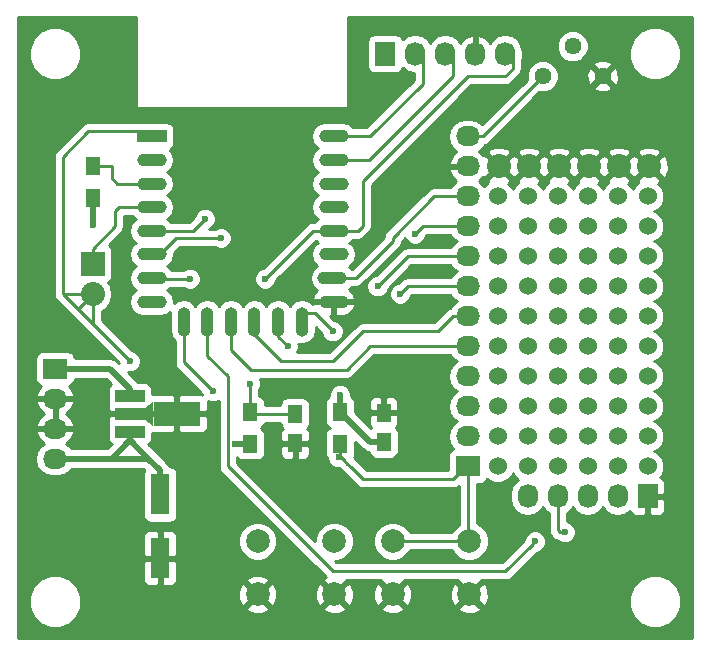
<source format=gbr>
%TF.GenerationSoftware,KiCad,Pcbnew,4.0.6*%
%TF.CreationDate,2017-04-04T12:59:26+02:00*%
%TF.ProjectId,ESP-Sensors,4553502D53656E736F72732E6B696361,rev?*%
%TF.FileFunction,Copper,L1,Top,Signal*%
%FSLAX46Y46*%
G04 Gerber Fmt 4.6, Leading zero omitted, Abs format (unit mm)*
G04 Created by KiCad (PCBNEW 4.0.6) date 2017 April 04, Tuesday 12:59:26*
%MOMM*%
%LPD*%
G01*
G04 APERTURE LIST*
%ADD10C,0.100000*%
%ADD11R,2.500000X1.100000*%
%ADD12O,2.500000X1.100000*%
%ADD13O,1.100000X2.500000*%
%ADD14C,1.524000*%
%ADD15R,1.250000X1.500000*%
%ADD16R,1.600000X3.500000*%
%ADD17R,1.727200X2.032000*%
%ADD18O,1.727200X2.032000*%
%ADD19R,2.032000X1.727200*%
%ADD20O,2.032000X1.727200*%
%ADD21R,1.300000X1.500000*%
%ADD22C,2.000000*%
%ADD23R,2.501900X1.000760*%
%ADD24R,4.000500X1.998980*%
%ADD25C,2.032000*%
%ADD26R,2.032000X2.032000*%
%ADD27O,2.032000X2.032000*%
%ADD28C,1.440000*%
%ADD29C,0.600000*%
%ADD30C,0.250000*%
%ADD31C,0.504000*%
%ADD32C,0.254000*%
G04 APERTURE END LIST*
D10*
D11*
X119315000Y-72390000D03*
D12*
X119315000Y-74390000D03*
X119315000Y-76390000D03*
X119315000Y-78390000D03*
X119315000Y-80390000D03*
X119315000Y-82390000D03*
X119315000Y-84390000D03*
X119315000Y-86390000D03*
X134715000Y-86390000D03*
X134615000Y-84390000D03*
X134715000Y-82390000D03*
X134715000Y-80390000D03*
X134715000Y-78390000D03*
X134715000Y-76390000D03*
X134715000Y-74390000D03*
X134715000Y-72390000D03*
D13*
X122005000Y-88090000D03*
X124005000Y-88090000D03*
X126005000Y-88090000D03*
X128005000Y-88090000D03*
X130005000Y-88090000D03*
X132005000Y-88090000D03*
D14*
X148590000Y-77470000D03*
X151130000Y-77470000D03*
X153670000Y-77470000D03*
X156210000Y-77470000D03*
X158750000Y-77470000D03*
X161290000Y-77470000D03*
X148590000Y-80010000D03*
X151130000Y-80010000D03*
X153670000Y-80010000D03*
X156210000Y-80010000D03*
X158750000Y-80010000D03*
X161290000Y-80010000D03*
X148590000Y-82550000D03*
X151130000Y-82550000D03*
X153670000Y-82550000D03*
X156210000Y-82550000D03*
X158750000Y-82550000D03*
X161290000Y-82550000D03*
X148590000Y-85090000D03*
X151130000Y-85090000D03*
X153670000Y-85090000D03*
X156210000Y-85090000D03*
X158750000Y-85090000D03*
X161290000Y-85090000D03*
X148590000Y-87630000D03*
X151130000Y-87630000D03*
X153670000Y-87630000D03*
X156210000Y-87630000D03*
X158750000Y-87630000D03*
X161290000Y-87630000D03*
X148590000Y-90170000D03*
X151130000Y-90170000D03*
X153670000Y-90170000D03*
X156210000Y-90170000D03*
X158750000Y-90170000D03*
X161290000Y-90170000D03*
X148590000Y-92710000D03*
X151130000Y-92710000D03*
X153670000Y-92710000D03*
X156210000Y-92710000D03*
X158750000Y-92710000D03*
X161290000Y-92710000D03*
X148590000Y-95250000D03*
X151130000Y-95250000D03*
X153670000Y-95250000D03*
X156210000Y-95250000D03*
X158750000Y-95250000D03*
X161290000Y-95250000D03*
X148590000Y-97790000D03*
X151130000Y-97790000D03*
X153670000Y-97790000D03*
X156210000Y-97790000D03*
X158750000Y-97790000D03*
X161290000Y-97790000D03*
X148590000Y-100330000D03*
X151130000Y-100330000D03*
X153670000Y-100330000D03*
X156210000Y-100330000D03*
X158750000Y-100330000D03*
X161290000Y-100330000D03*
D15*
X131445000Y-95885000D03*
X131445000Y-98385000D03*
X138938000Y-98278000D03*
X138938000Y-95778000D03*
D16*
X120015000Y-102710000D03*
X120015000Y-108110000D03*
D17*
X139065000Y-65405000D03*
D18*
X141605000Y-65405000D03*
X144145000Y-65405000D03*
X146685000Y-65405000D03*
X149225000Y-65405000D03*
D19*
X146050000Y-100330000D03*
D20*
X146050000Y-97790000D03*
X146050000Y-95250000D03*
X146050000Y-92710000D03*
X146050000Y-90170000D03*
X146050000Y-87630000D03*
X146050000Y-85090000D03*
X146050000Y-82550000D03*
X146050000Y-80010000D03*
X146050000Y-77470000D03*
X146050000Y-74930000D03*
X146050000Y-72390000D03*
D17*
X161290000Y-102870000D03*
D18*
X158750000Y-102870000D03*
X156210000Y-102870000D03*
X153670000Y-102870000D03*
X151130000Y-102870000D03*
D19*
X111125000Y-92075000D03*
D20*
X111125000Y-94615000D03*
X111125000Y-97155000D03*
X111125000Y-99695000D03*
D21*
X114300000Y-74930000D03*
X114300000Y-77630000D03*
X127635000Y-95725000D03*
X127635000Y-98425000D03*
X135255000Y-98425000D03*
X135255000Y-95725000D03*
D22*
X128270000Y-111180000D03*
X128270000Y-106680000D03*
X134770000Y-111180000D03*
X134770000Y-106680000D03*
X139700000Y-111180000D03*
X139700000Y-106680000D03*
X146200000Y-111180000D03*
X146200000Y-106680000D03*
D23*
X117475000Y-94383860D03*
X117475000Y-95885000D03*
X117475000Y-97386140D03*
D24*
X121427240Y-95885000D03*
D10*
G36*
X119452390Y-96885760D02*
X118703090Y-96385380D01*
X118703090Y-95384620D01*
X119452390Y-94884240D01*
X119452390Y-96885760D01*
X119452390Y-96885760D01*
G37*
D25*
X148717000Y-74930000D03*
X151257000Y-74930000D03*
X153797000Y-74930000D03*
X156337000Y-74930000D03*
X158877000Y-74930000D03*
X161417000Y-74930000D03*
D26*
X114300000Y-83185000D03*
D27*
X114300000Y-85725000D03*
D28*
X152400000Y-67310000D03*
X154940000Y-64770000D03*
X157480000Y-67310000D03*
D29*
X127635000Y-93345000D03*
X117475000Y-91440000D03*
X114300000Y-79883000D03*
X135240888Y-94275303D03*
X126365000Y-98425000D03*
X135128000Y-99568000D03*
X128905000Y-84455018D03*
X125161588Y-81005012D03*
X140335000Y-85725000D03*
X122555000Y-84455000D03*
X138430000Y-85090000D03*
X141605000Y-80644992D03*
X123825000Y-79375000D03*
X124460000Y-93980000D03*
X130810000Y-90170000D03*
X154286290Y-105908160D03*
X151769157Y-106696599D03*
X134620000Y-88900000D03*
D30*
X152400000Y-67310000D02*
X147320000Y-72390000D01*
X147320000Y-72390000D02*
X146050000Y-72390000D01*
X113030000Y-86995000D02*
X114300000Y-88265000D01*
X114300000Y-88265000D02*
X117475000Y-91440000D01*
X114300000Y-85725000D02*
X114300000Y-88265000D01*
X114300000Y-85725000D02*
X111760000Y-85725000D01*
X112950000Y-86915000D02*
X113030000Y-86995000D01*
X114300000Y-85725000D02*
X113030000Y-86995000D01*
X120015000Y-72390000D02*
X119563921Y-71938921D01*
X119563921Y-71938921D02*
X113954984Y-71938921D01*
X111760000Y-85725000D02*
X112950000Y-86915000D01*
X113954984Y-71938921D02*
X111760000Y-74133905D01*
X111760000Y-74133905D02*
X111760000Y-85725000D01*
X127635000Y-93345000D02*
X127635000Y-95725000D01*
X131445000Y-95885000D02*
X127795000Y-95885000D01*
X127795000Y-95885000D02*
X127635000Y-95725000D01*
X112950000Y-86915000D02*
X113030000Y-86915000D01*
D31*
X114300000Y-77630000D02*
X114300000Y-79883000D01*
X135255000Y-94289415D02*
X135240888Y-94275303D01*
X135255000Y-95725000D02*
X135255000Y-94289415D01*
X138938000Y-98278000D02*
X137808000Y-98278000D01*
X137808000Y-98278000D02*
X135255000Y-95725000D01*
X127635000Y-98425000D02*
X126365000Y-98425000D01*
X117475000Y-99695000D02*
X119033480Y-99695000D01*
X115916520Y-99695000D02*
X117475000Y-99695000D01*
X117475000Y-98136520D02*
X119033480Y-99695000D01*
X119033480Y-99695000D02*
X120015000Y-100676520D01*
X120015000Y-100676520D02*
X120015000Y-102710000D01*
X111125000Y-99695000D02*
X115916520Y-99695000D01*
X117475000Y-98136520D02*
X117475000Y-97386140D01*
X115916520Y-99695000D02*
X117475000Y-98136520D01*
D30*
X134015000Y-72390000D02*
X137795000Y-72390000D01*
X142240000Y-67945000D02*
X137795000Y-72390000D01*
X142240000Y-67945000D02*
X142240000Y-65405000D01*
X144780000Y-65405000D02*
X144780000Y-67310000D01*
X137700000Y-74390000D02*
X134015000Y-74390000D01*
X144780000Y-67310000D02*
X137700000Y-74390000D01*
X149860000Y-65405000D02*
X149860000Y-66671000D01*
X149221000Y-67310000D02*
X146050000Y-67310000D01*
X149860000Y-66671000D02*
X149221000Y-67310000D01*
X146050000Y-67310000D02*
X137188333Y-76171667D01*
X137188333Y-76171667D02*
X137188333Y-79981667D01*
X137188333Y-79981667D02*
X136780000Y-80390000D01*
X136780000Y-80390000D02*
X134015000Y-80390000D01*
X136161048Y-100395271D02*
X135861049Y-100095272D01*
X137209377Y-101443600D02*
X136161048Y-100395271D01*
X144784000Y-101443600D02*
X137209377Y-101443600D01*
X145897600Y-100330000D02*
X144784000Y-101443600D01*
X146050000Y-100330000D02*
X145897600Y-100330000D01*
X135561050Y-99795273D02*
X135861049Y-100095272D01*
X135255000Y-99489223D02*
X135561050Y-99795273D01*
X135255000Y-98425000D02*
X135255000Y-99489223D01*
X146200000Y-106680000D02*
X139700000Y-106680000D01*
X146050000Y-100330000D02*
X146050000Y-106530000D01*
X146050000Y-106530000D02*
X146200000Y-106680000D01*
X132970018Y-80390000D02*
X129204999Y-84155019D01*
X134015000Y-80390000D02*
X132970018Y-80390000D01*
X129204999Y-84155019D02*
X128905000Y-84455018D01*
X144784000Y-90170000D02*
X146050000Y-90170000D01*
X135820344Y-92144656D02*
X137795000Y-90170000D01*
X127704656Y-92144656D02*
X135820344Y-92144656D01*
X126005000Y-90445000D02*
X127704656Y-92144656D01*
X137795000Y-90170000D02*
X144784000Y-90170000D01*
X126005000Y-87390000D02*
X126005000Y-90445000D01*
X128005000Y-87390000D02*
X128005000Y-89160020D01*
X128005000Y-89160020D02*
X130238914Y-91393934D01*
X143541224Y-88872776D02*
X144784000Y-87630000D01*
X130238914Y-91393934D02*
X134666066Y-91393934D01*
X144784000Y-87630000D02*
X146050000Y-87630000D01*
X134666066Y-91393934D02*
X137187224Y-88872776D01*
X137187224Y-88872776D02*
X143541224Y-88872776D01*
X121399988Y-81005012D02*
X124737324Y-81005012D01*
X120015000Y-82390000D02*
X121399988Y-81005012D01*
X124737324Y-81005012D02*
X125161588Y-81005012D01*
X140634999Y-85425001D02*
X140335000Y-85725000D01*
X146050000Y-85090000D02*
X140970000Y-85090000D01*
X140970000Y-85090000D02*
X140634999Y-85425001D01*
X122555000Y-84455000D02*
X120080000Y-84455000D01*
X120080000Y-84455000D02*
X120015000Y-84390000D01*
X140970000Y-82550000D02*
X138430000Y-85090000D01*
X146050000Y-82550000D02*
X140970000Y-82550000D01*
X142239992Y-80010000D02*
X146050000Y-80010000D01*
X141605000Y-80644992D02*
X142239992Y-80010000D01*
X122810000Y-80390000D02*
X123825000Y-79375000D01*
X120015000Y-80390000D02*
X122810000Y-80390000D01*
X136590000Y-84390000D02*
X134015000Y-84390000D01*
X139709999Y-81270001D02*
X136590000Y-84390000D01*
X139709999Y-80980001D02*
X139709999Y-81270001D01*
X143220000Y-77470000D02*
X139709999Y-80980001D01*
X146050000Y-77470000D02*
X143220000Y-77470000D01*
X122005000Y-91525000D02*
X124460000Y-93980000D01*
X122005000Y-87390000D02*
X122005000Y-91525000D01*
X130005000Y-89365000D02*
X130810000Y-90170000D01*
X130005000Y-87390000D02*
X130005000Y-89365000D01*
X153862026Y-105908160D02*
X154286290Y-105908160D01*
X153670000Y-105663585D02*
X153670000Y-105716134D01*
X153670000Y-105716134D02*
X153862026Y-105908160D01*
X153670000Y-102870000D02*
X153670000Y-105663585D01*
X153670000Y-105410000D02*
X153670000Y-105663585D01*
X151469158Y-106996598D02*
X151769157Y-106696599D01*
X134620000Y-109220000D02*
X149245756Y-109220000D01*
X125730000Y-100330000D02*
X134620000Y-109220000D01*
X124005000Y-90985000D02*
X125730000Y-92710000D01*
X149245756Y-109220000D02*
X151469158Y-106996598D01*
X124005000Y-87390000D02*
X124005000Y-90985000D01*
X125730000Y-92710000D02*
X125730000Y-100330000D01*
X133110000Y-87390000D02*
X134620000Y-88900000D01*
X132005000Y-87390000D02*
X133110000Y-87390000D01*
D31*
X111125000Y-92075000D02*
X115766660Y-92075000D01*
X115766660Y-92075000D02*
X117493999Y-93802339D01*
X117493999Y-93802339D02*
X117493999Y-94552902D01*
D30*
X115950000Y-74930000D02*
X115950000Y-75945000D01*
X115950000Y-75945000D02*
X116395000Y-76390000D01*
X115950000Y-74930000D02*
X114300000Y-74930000D01*
X120015000Y-76390000D02*
X116395000Y-76390000D01*
X116205000Y-78740000D02*
X116205000Y-80014000D01*
X116205000Y-80014000D02*
X114300000Y-81919000D01*
X114300000Y-81919000D02*
X114300000Y-83185000D01*
X116555000Y-78390000D02*
X116205000Y-78740000D01*
X120015000Y-78390000D02*
X116555000Y-78390000D01*
D32*
G36*
X117983000Y-69850000D02*
X117991685Y-69896159D01*
X118018965Y-69938553D01*
X118060590Y-69966994D01*
X118110000Y-69977000D01*
X135763000Y-69977000D01*
X135809159Y-69968315D01*
X135851553Y-69941035D01*
X135879994Y-69899410D01*
X135890000Y-69850000D01*
X135890000Y-62305000D01*
X165025000Y-62305000D01*
X165025000Y-114860000D01*
X108025000Y-114860000D01*
X108025000Y-112202619D01*
X108889613Y-112202619D01*
X109229155Y-113024372D01*
X109857321Y-113653636D01*
X110678481Y-113994611D01*
X111567619Y-113995387D01*
X112389372Y-113655845D01*
X113018636Y-113027679D01*
X113307285Y-112332532D01*
X127297073Y-112332532D01*
X127395736Y-112599387D01*
X128005461Y-112825908D01*
X128655460Y-112801856D01*
X129144264Y-112599387D01*
X129242927Y-112332532D01*
X133797073Y-112332532D01*
X133895736Y-112599387D01*
X134505461Y-112825908D01*
X135155460Y-112801856D01*
X135644264Y-112599387D01*
X135742927Y-112332532D01*
X138727073Y-112332532D01*
X138825736Y-112599387D01*
X139435461Y-112825908D01*
X140085460Y-112801856D01*
X140574264Y-112599387D01*
X140672927Y-112332532D01*
X145227073Y-112332532D01*
X145325736Y-112599387D01*
X145935461Y-112825908D01*
X146585460Y-112801856D01*
X147074264Y-112599387D01*
X147172927Y-112332532D01*
X147043014Y-112202619D01*
X159689613Y-112202619D01*
X160029155Y-113024372D01*
X160657321Y-113653636D01*
X161478481Y-113994611D01*
X162367619Y-113995387D01*
X163189372Y-113655845D01*
X163818636Y-113027679D01*
X164159611Y-112206519D01*
X164160387Y-111317381D01*
X163820845Y-110495628D01*
X163192679Y-109866364D01*
X162371519Y-109525389D01*
X161482381Y-109524613D01*
X160660628Y-109864155D01*
X160031364Y-110492321D01*
X159690389Y-111313481D01*
X159689613Y-112202619D01*
X147043014Y-112202619D01*
X146200000Y-111359605D01*
X145227073Y-112332532D01*
X140672927Y-112332532D01*
X139700000Y-111359605D01*
X138727073Y-112332532D01*
X135742927Y-112332532D01*
X134770000Y-111359605D01*
X133797073Y-112332532D01*
X129242927Y-112332532D01*
X128270000Y-111359605D01*
X127297073Y-112332532D01*
X113307285Y-112332532D01*
X113359611Y-112206519D01*
X113360387Y-111317381D01*
X113194317Y-110915461D01*
X126624092Y-110915461D01*
X126648144Y-111565460D01*
X126850613Y-112054264D01*
X127117468Y-112152927D01*
X128090395Y-111180000D01*
X128449605Y-111180000D01*
X129422532Y-112152927D01*
X129689387Y-112054264D01*
X129915908Y-111444539D01*
X129896331Y-110915461D01*
X133124092Y-110915461D01*
X133148144Y-111565460D01*
X133350613Y-112054264D01*
X133617468Y-112152927D01*
X134590395Y-111180000D01*
X134949605Y-111180000D01*
X135922532Y-112152927D01*
X136189387Y-112054264D01*
X136415908Y-111444539D01*
X136396331Y-110915461D01*
X138054092Y-110915461D01*
X138078144Y-111565460D01*
X138280613Y-112054264D01*
X138547468Y-112152927D01*
X139520395Y-111180000D01*
X139879605Y-111180000D01*
X140852532Y-112152927D01*
X141119387Y-112054264D01*
X141345908Y-111444539D01*
X141326331Y-110915461D01*
X144554092Y-110915461D01*
X144578144Y-111565460D01*
X144780613Y-112054264D01*
X145047468Y-112152927D01*
X146020395Y-111180000D01*
X146379605Y-111180000D01*
X147352532Y-112152927D01*
X147619387Y-112054264D01*
X147845908Y-111444539D01*
X147821856Y-110794540D01*
X147619387Y-110305736D01*
X147352532Y-110207073D01*
X146379605Y-111180000D01*
X146020395Y-111180000D01*
X145047468Y-110207073D01*
X144780613Y-110305736D01*
X144554092Y-110915461D01*
X141326331Y-110915461D01*
X141321856Y-110794540D01*
X141119387Y-110305736D01*
X140852532Y-110207073D01*
X139879605Y-111180000D01*
X139520395Y-111180000D01*
X138547468Y-110207073D01*
X138280613Y-110305736D01*
X138054092Y-110915461D01*
X136396331Y-110915461D01*
X136391856Y-110794540D01*
X136189387Y-110305736D01*
X135922532Y-110207073D01*
X134949605Y-111180000D01*
X134590395Y-111180000D01*
X133617468Y-110207073D01*
X133350613Y-110305736D01*
X133124092Y-110915461D01*
X129896331Y-110915461D01*
X129891856Y-110794540D01*
X129689387Y-110305736D01*
X129422532Y-110207073D01*
X128449605Y-111180000D01*
X128090395Y-111180000D01*
X127117468Y-110207073D01*
X126850613Y-110305736D01*
X126624092Y-110915461D01*
X113194317Y-110915461D01*
X113020845Y-110495628D01*
X112392679Y-109866364D01*
X111571519Y-109525389D01*
X110682381Y-109524613D01*
X109860628Y-109864155D01*
X109231364Y-110492321D01*
X108890389Y-111313481D01*
X108889613Y-112202619D01*
X108025000Y-112202619D01*
X108025000Y-108395750D01*
X118580000Y-108395750D01*
X118580000Y-109986309D01*
X118676673Y-110219698D01*
X118855301Y-110398327D01*
X119088690Y-110495000D01*
X119729250Y-110495000D01*
X119888000Y-110336250D01*
X119888000Y-108237000D01*
X120142000Y-108237000D01*
X120142000Y-110336250D01*
X120300750Y-110495000D01*
X120941310Y-110495000D01*
X121174699Y-110398327D01*
X121353327Y-110219698D01*
X121432951Y-110027468D01*
X127297073Y-110027468D01*
X128270000Y-111000395D01*
X129242927Y-110027468D01*
X129144264Y-109760613D01*
X128534539Y-109534092D01*
X127884540Y-109558144D01*
X127395736Y-109760613D01*
X127297073Y-110027468D01*
X121432951Y-110027468D01*
X121450000Y-109986309D01*
X121450000Y-108395750D01*
X121291250Y-108237000D01*
X120142000Y-108237000D01*
X119888000Y-108237000D01*
X118738750Y-108237000D01*
X118580000Y-108395750D01*
X108025000Y-108395750D01*
X108025000Y-106233691D01*
X118580000Y-106233691D01*
X118580000Y-107824250D01*
X118738750Y-107983000D01*
X119888000Y-107983000D01*
X119888000Y-105883750D01*
X120142000Y-105883750D01*
X120142000Y-107983000D01*
X121291250Y-107983000D01*
X121450000Y-107824250D01*
X121450000Y-107003795D01*
X126634716Y-107003795D01*
X126883106Y-107604943D01*
X127342637Y-108065278D01*
X127943352Y-108314716D01*
X128593795Y-108315284D01*
X129194943Y-108066894D01*
X129655278Y-107607363D01*
X129904716Y-107006648D01*
X129905284Y-106356205D01*
X129656894Y-105755057D01*
X129197363Y-105294722D01*
X128596648Y-105045284D01*
X127946205Y-105044716D01*
X127345057Y-105293106D01*
X126884722Y-105752637D01*
X126635284Y-106353352D01*
X126634716Y-107003795D01*
X121450000Y-107003795D01*
X121450000Y-106233691D01*
X121353327Y-106000302D01*
X121174699Y-105821673D01*
X120941310Y-105725000D01*
X120300750Y-105725000D01*
X120142000Y-105883750D01*
X119888000Y-105883750D01*
X119729250Y-105725000D01*
X119088690Y-105725000D01*
X118855301Y-105821673D01*
X118676673Y-106000302D01*
X118580000Y-106233691D01*
X108025000Y-106233691D01*
X108025000Y-99695000D01*
X109441655Y-99695000D01*
X109555729Y-100268489D01*
X109880585Y-100754670D01*
X110366766Y-101079526D01*
X110940255Y-101193600D01*
X111309745Y-101193600D01*
X111883234Y-101079526D01*
X112369415Y-100754670D01*
X112484789Y-100582000D01*
X118666072Y-100582000D01*
X118689042Y-100604970D01*
X118618569Y-100708110D01*
X118567560Y-100960000D01*
X118567560Y-104460000D01*
X118611838Y-104695317D01*
X118750910Y-104911441D01*
X118963110Y-105056431D01*
X119215000Y-105107440D01*
X120815000Y-105107440D01*
X121050317Y-105063162D01*
X121266441Y-104924090D01*
X121411431Y-104711890D01*
X121462440Y-104460000D01*
X121462440Y-100960000D01*
X121418162Y-100724683D01*
X121279090Y-100508559D01*
X121066890Y-100363569D01*
X120818582Y-100313285D01*
X120642204Y-100049316D01*
X119660684Y-99067796D01*
X119660681Y-99067794D01*
X119035075Y-98442188D01*
X119177391Y-98350610D01*
X119322381Y-98138410D01*
X119373390Y-97886520D01*
X119373390Y-97519490D01*
X119392214Y-97519490D01*
X119434503Y-97532953D01*
X119511923Y-97519490D01*
X121141490Y-97519490D01*
X121300240Y-97360740D01*
X121300240Y-96012000D01*
X121554240Y-96012000D01*
X121554240Y-97360740D01*
X121712990Y-97519490D01*
X123553800Y-97519490D01*
X123787189Y-97422817D01*
X123965817Y-97244188D01*
X124062490Y-97010799D01*
X124062490Y-96170750D01*
X123903740Y-96012000D01*
X121554240Y-96012000D01*
X121300240Y-96012000D01*
X117602000Y-96012000D01*
X117602000Y-96032000D01*
X117348000Y-96032000D01*
X117348000Y-96012000D01*
X115747800Y-96012000D01*
X115589050Y-96170750D01*
X115589050Y-96511689D01*
X115635115Y-96622899D01*
X115627619Y-96633870D01*
X115576610Y-96885760D01*
X115576610Y-97886520D01*
X115620888Y-98121837D01*
X115759960Y-98337961D01*
X115913941Y-98443172D01*
X115549112Y-98808000D01*
X112484789Y-98808000D01*
X112369415Y-98635330D01*
X112059931Y-98428539D01*
X112475732Y-98057036D01*
X112729709Y-97529791D01*
X112732358Y-97514026D01*
X112611217Y-97282000D01*
X111252000Y-97282000D01*
X111252000Y-97302000D01*
X110998000Y-97302000D01*
X110998000Y-97282000D01*
X109638783Y-97282000D01*
X109517642Y-97514026D01*
X109520291Y-97529791D01*
X109774268Y-98057036D01*
X110190069Y-98428539D01*
X109880585Y-98635330D01*
X109555729Y-99121511D01*
X109441655Y-99695000D01*
X108025000Y-99695000D01*
X108025000Y-94974026D01*
X109517642Y-94974026D01*
X109520291Y-94989791D01*
X109774268Y-95517036D01*
X110186108Y-95885000D01*
X109774268Y-96252964D01*
X109520291Y-96780209D01*
X109517642Y-96795974D01*
X109638783Y-97028000D01*
X110998000Y-97028000D01*
X110998000Y-94742000D01*
X111252000Y-94742000D01*
X111252000Y-97028000D01*
X112611217Y-97028000D01*
X112732358Y-96795974D01*
X112729709Y-96780209D01*
X112475732Y-96252964D01*
X112063892Y-95885000D01*
X112475732Y-95517036D01*
X112729709Y-94989791D01*
X112732358Y-94974026D01*
X112611217Y-94742000D01*
X111252000Y-94742000D01*
X110998000Y-94742000D01*
X109638783Y-94742000D01*
X109517642Y-94974026D01*
X108025000Y-94974026D01*
X108025000Y-91211400D01*
X109461560Y-91211400D01*
X109461560Y-92938600D01*
X109505838Y-93173917D01*
X109644910Y-93390041D01*
X109857110Y-93535031D01*
X109951927Y-93554232D01*
X109774268Y-93712964D01*
X109520291Y-94240209D01*
X109517642Y-94255974D01*
X109638783Y-94488000D01*
X110998000Y-94488000D01*
X110998000Y-94468000D01*
X111252000Y-94468000D01*
X111252000Y-94488000D01*
X112611217Y-94488000D01*
X112732358Y-94255974D01*
X112729709Y-94240209D01*
X112475732Y-93712964D01*
X112300155Y-93556093D01*
X112376317Y-93541762D01*
X112592441Y-93402690D01*
X112737431Y-93190490D01*
X112783701Y-92962000D01*
X115399252Y-92962000D01*
X115823740Y-93386488D01*
X115772609Y-93419390D01*
X115627619Y-93631590D01*
X115576610Y-93883480D01*
X115576610Y-94884240D01*
X115620888Y-95119557D01*
X115636484Y-95143794D01*
X115589050Y-95258311D01*
X115589050Y-95599250D01*
X115747800Y-95758000D01*
X117348000Y-95758000D01*
X117348000Y-95738000D01*
X117602000Y-95738000D01*
X117602000Y-95758000D01*
X121300240Y-95758000D01*
X121300240Y-94409260D01*
X121141490Y-94250510D01*
X119533801Y-94250510D01*
X119373390Y-94248805D01*
X119373390Y-93883480D01*
X119329112Y-93648163D01*
X119190040Y-93432039D01*
X118977840Y-93287049D01*
X118725950Y-93236040D01*
X118161898Y-93236040D01*
X118121203Y-93175135D01*
X117320935Y-92374867D01*
X117660167Y-92375162D01*
X118003943Y-92233117D01*
X118267192Y-91970327D01*
X118409838Y-91626799D01*
X118410162Y-91254833D01*
X118268117Y-90911057D01*
X118005327Y-90647808D01*
X117661799Y-90505162D01*
X117614923Y-90505121D01*
X115060000Y-87950198D01*
X115060000Y-87186283D01*
X115499778Y-86892433D01*
X115857670Y-86356810D01*
X115983345Y-85725000D01*
X115857670Y-85093190D01*
X115630501Y-84753208D01*
X115767441Y-84665090D01*
X115912431Y-84452890D01*
X115963440Y-84201000D01*
X115963440Y-82169000D01*
X115919162Y-81933683D01*
X115780090Y-81717559D01*
X115658988Y-81634814D01*
X116742401Y-80551401D01*
X116907148Y-80304839D01*
X116965000Y-80014000D01*
X116965000Y-79150000D01*
X117688083Y-79150000D01*
X117740149Y-79227922D01*
X117982717Y-79390000D01*
X117740149Y-79552078D01*
X117483274Y-79936520D01*
X117393071Y-80390000D01*
X117483274Y-80843480D01*
X117740149Y-81227922D01*
X117982717Y-81390000D01*
X117740149Y-81552078D01*
X117483274Y-81936520D01*
X117393071Y-82390000D01*
X117483274Y-82843480D01*
X117740149Y-83227922D01*
X117982717Y-83390000D01*
X117740149Y-83552078D01*
X117483274Y-83936520D01*
X117393071Y-84390000D01*
X117483274Y-84843480D01*
X117740149Y-85227922D01*
X117982717Y-85390000D01*
X117740149Y-85552078D01*
X117483274Y-85936520D01*
X117393071Y-86390000D01*
X117483274Y-86843480D01*
X117740149Y-87227922D01*
X118124591Y-87484797D01*
X118578071Y-87575000D01*
X120051929Y-87575000D01*
X120505409Y-87484797D01*
X120838003Y-87262566D01*
X120820000Y-87353071D01*
X120820000Y-88826929D01*
X120910203Y-89280409D01*
X121167078Y-89664851D01*
X121245000Y-89716917D01*
X121245000Y-91525000D01*
X121302852Y-91815839D01*
X121467599Y-92062401D01*
X123524878Y-94119680D01*
X123524838Y-94165167D01*
X123561402Y-94253659D01*
X123553800Y-94250510D01*
X121712990Y-94250510D01*
X121554240Y-94409260D01*
X121554240Y-95758000D01*
X123903740Y-95758000D01*
X124062490Y-95599250D01*
X124062490Y-94827343D01*
X124273201Y-94914838D01*
X124645167Y-94915162D01*
X124970000Y-94780944D01*
X124970000Y-100330000D01*
X125027852Y-100620839D01*
X125192599Y-100867401D01*
X134030139Y-109704941D01*
X133895736Y-109760613D01*
X133797073Y-110027468D01*
X134770000Y-111000395D01*
X135742927Y-110027468D01*
X135725377Y-109980000D01*
X138744623Y-109980000D01*
X138727073Y-110027468D01*
X139700000Y-111000395D01*
X140672927Y-110027468D01*
X140655377Y-109980000D01*
X145244623Y-109980000D01*
X145227073Y-110027468D01*
X146200000Y-111000395D01*
X147172927Y-110027468D01*
X147155377Y-109980000D01*
X149245756Y-109980000D01*
X149536595Y-109922148D01*
X149783157Y-109757401D01*
X151908837Y-107631721D01*
X151954324Y-107631761D01*
X152298100Y-107489716D01*
X152561349Y-107226926D01*
X152703995Y-106883398D01*
X152704319Y-106511432D01*
X152562274Y-106167656D01*
X152299484Y-105904407D01*
X151955956Y-105761761D01*
X151583990Y-105761437D01*
X151240214Y-105903482D01*
X150976965Y-106166272D01*
X150834319Y-106509800D01*
X150834278Y-106556676D01*
X148930954Y-108460000D01*
X134934802Y-108460000D01*
X134789821Y-108315019D01*
X135093795Y-108315284D01*
X135694943Y-108066894D01*
X136155278Y-107607363D01*
X136404716Y-107006648D01*
X136405284Y-106356205D01*
X136156894Y-105755057D01*
X135697363Y-105294722D01*
X135096648Y-105045284D01*
X134446205Y-105044716D01*
X133845057Y-105293106D01*
X133384722Y-105752637D01*
X133135284Y-106353352D01*
X133135016Y-106660214D01*
X126490000Y-100015198D01*
X126490000Y-99578406D01*
X126520910Y-99626441D01*
X126733110Y-99771431D01*
X126985000Y-99822440D01*
X128285000Y-99822440D01*
X128520317Y-99778162D01*
X128736441Y-99639090D01*
X128881431Y-99426890D01*
X128932440Y-99175000D01*
X128932440Y-98670750D01*
X130185000Y-98670750D01*
X130185000Y-99261309D01*
X130281673Y-99494698D01*
X130460301Y-99673327D01*
X130693690Y-99770000D01*
X131159250Y-99770000D01*
X131318000Y-99611250D01*
X131318000Y-98512000D01*
X131572000Y-98512000D01*
X131572000Y-99611250D01*
X131730750Y-99770000D01*
X132196310Y-99770000D01*
X132429699Y-99673327D01*
X132608327Y-99494698D01*
X132705000Y-99261309D01*
X132705000Y-98670750D01*
X132546250Y-98512000D01*
X131572000Y-98512000D01*
X131318000Y-98512000D01*
X130343750Y-98512000D01*
X130185000Y-98670750D01*
X128932440Y-98670750D01*
X128932440Y-97675000D01*
X128888162Y-97439683D01*
X128749090Y-97223559D01*
X128536890Y-97078569D01*
X128523803Y-97075919D01*
X128736441Y-96939090D01*
X128881431Y-96726890D01*
X128898014Y-96645000D01*
X130174442Y-96645000D01*
X130216838Y-96870317D01*
X130355910Y-97086441D01*
X130424006Y-97132969D01*
X130281673Y-97275302D01*
X130185000Y-97508691D01*
X130185000Y-98099250D01*
X130343750Y-98258000D01*
X131318000Y-98258000D01*
X131318000Y-98238000D01*
X131572000Y-98238000D01*
X131572000Y-98258000D01*
X132546250Y-98258000D01*
X132705000Y-98099250D01*
X132705000Y-97508691D01*
X132608327Y-97275302D01*
X132467090Y-97134064D01*
X132521441Y-97099090D01*
X132666431Y-96886890D01*
X132717440Y-96635000D01*
X132717440Y-95135000D01*
X132673162Y-94899683D01*
X132534090Y-94683559D01*
X132321890Y-94538569D01*
X132070000Y-94487560D01*
X130820000Y-94487560D01*
X130584683Y-94531838D01*
X130368559Y-94670910D01*
X130223569Y-94883110D01*
X130174585Y-95125000D01*
X128932440Y-95125000D01*
X128932440Y-94975000D01*
X128888162Y-94739683D01*
X128749090Y-94523559D01*
X128536890Y-94378569D01*
X128395000Y-94349836D01*
X128395000Y-93907463D01*
X128427192Y-93875327D01*
X128569838Y-93531799D01*
X128570162Y-93159833D01*
X128464725Y-92904656D01*
X135820344Y-92904656D01*
X136111183Y-92846804D01*
X136357745Y-92682057D01*
X138109802Y-90930000D01*
X144605352Y-90930000D01*
X144805585Y-91229670D01*
X145120366Y-91440000D01*
X144805585Y-91650330D01*
X144480729Y-92136511D01*
X144366655Y-92710000D01*
X144480729Y-93283489D01*
X144805585Y-93769670D01*
X145120366Y-93980000D01*
X144805585Y-94190330D01*
X144480729Y-94676511D01*
X144366655Y-95250000D01*
X144480729Y-95823489D01*
X144805585Y-96309670D01*
X145120366Y-96520000D01*
X144805585Y-96730330D01*
X144480729Y-97216511D01*
X144366655Y-97790000D01*
X144480729Y-98363489D01*
X144805585Y-98849670D01*
X144819913Y-98859243D01*
X144798683Y-98863238D01*
X144582559Y-99002310D01*
X144437569Y-99214510D01*
X144386560Y-99466400D01*
X144386560Y-100683600D01*
X137524179Y-100683600D01*
X136406462Y-99565883D01*
X136501431Y-99426890D01*
X136552440Y-99175000D01*
X136552440Y-98276848D01*
X137180796Y-98905204D01*
X137468560Y-99097481D01*
X137686802Y-99140892D01*
X137709838Y-99263317D01*
X137848910Y-99479441D01*
X138061110Y-99624431D01*
X138313000Y-99675440D01*
X139563000Y-99675440D01*
X139798317Y-99631162D01*
X140014441Y-99492090D01*
X140159431Y-99279890D01*
X140210440Y-99028000D01*
X140210440Y-97528000D01*
X140166162Y-97292683D01*
X140027090Y-97076559D01*
X139958994Y-97030031D01*
X140101327Y-96887698D01*
X140198000Y-96654309D01*
X140198000Y-96063750D01*
X140039250Y-95905000D01*
X139065000Y-95905000D01*
X139065000Y-95925000D01*
X138811000Y-95925000D01*
X138811000Y-95905000D01*
X137836750Y-95905000D01*
X137678000Y-96063750D01*
X137678000Y-96654309D01*
X137774673Y-96887698D01*
X137915910Y-97028936D01*
X137861559Y-97063910D01*
X137856184Y-97071776D01*
X136552440Y-95768032D01*
X136552440Y-94975000D01*
X136538646Y-94901691D01*
X137678000Y-94901691D01*
X137678000Y-95492250D01*
X137836750Y-95651000D01*
X138811000Y-95651000D01*
X138811000Y-94551750D01*
X139065000Y-94551750D01*
X139065000Y-95651000D01*
X140039250Y-95651000D01*
X140198000Y-95492250D01*
X140198000Y-94901691D01*
X140101327Y-94668302D01*
X139922699Y-94489673D01*
X139689310Y-94393000D01*
X139223750Y-94393000D01*
X139065000Y-94551750D01*
X138811000Y-94551750D01*
X138652250Y-94393000D01*
X138186690Y-94393000D01*
X137953301Y-94489673D01*
X137774673Y-94668302D01*
X137678000Y-94901691D01*
X136538646Y-94901691D01*
X136508162Y-94739683D01*
X136369090Y-94523559D01*
X136175788Y-94391481D01*
X136176050Y-94090136D01*
X136034005Y-93746360D01*
X135771215Y-93483111D01*
X135427687Y-93340465D01*
X135055721Y-93340141D01*
X134711945Y-93482186D01*
X134448696Y-93744976D01*
X134306050Y-94088504D01*
X134305767Y-94412967D01*
X134153559Y-94510910D01*
X134008569Y-94723110D01*
X133957560Y-94975000D01*
X133957560Y-96475000D01*
X134001838Y-96710317D01*
X134140910Y-96926441D01*
X134353110Y-97071431D01*
X134366197Y-97074081D01*
X134153559Y-97210910D01*
X134008569Y-97423110D01*
X133957560Y-97675000D01*
X133957560Y-99175000D01*
X134001838Y-99410317D01*
X134140910Y-99626441D01*
X134192917Y-99661976D01*
X134192838Y-99753167D01*
X134334883Y-100096943D01*
X134597673Y-100360192D01*
X134941201Y-100502838D01*
X135194033Y-100503058D01*
X136671976Y-101981001D01*
X136918538Y-102145748D01*
X137209377Y-102203600D01*
X144784000Y-102203600D01*
X145074839Y-102145748D01*
X145290000Y-102001982D01*
X145290000Y-105286932D01*
X145275057Y-105293106D01*
X144814722Y-105752637D01*
X144745227Y-105920000D01*
X141155047Y-105920000D01*
X141086894Y-105755057D01*
X140627363Y-105294722D01*
X140026648Y-105045284D01*
X139376205Y-105044716D01*
X138775057Y-105293106D01*
X138314722Y-105752637D01*
X138065284Y-106353352D01*
X138064716Y-107003795D01*
X138313106Y-107604943D01*
X138772637Y-108065278D01*
X139373352Y-108314716D01*
X140023795Y-108315284D01*
X140624943Y-108066894D01*
X141085278Y-107607363D01*
X141154773Y-107440000D01*
X144744953Y-107440000D01*
X144813106Y-107604943D01*
X145272637Y-108065278D01*
X145873352Y-108314716D01*
X146523795Y-108315284D01*
X147124943Y-108066894D01*
X147585278Y-107607363D01*
X147834716Y-107006648D01*
X147835284Y-106356205D01*
X147586894Y-105755057D01*
X147127363Y-105294722D01*
X146810000Y-105162942D01*
X146810000Y-101841040D01*
X147066000Y-101841040D01*
X147301317Y-101796762D01*
X147517441Y-101657690D01*
X147662431Y-101445490D01*
X147673761Y-101389543D01*
X147797630Y-101513629D01*
X148310900Y-101726757D01*
X148866661Y-101727242D01*
X149380303Y-101515010D01*
X149773629Y-101122370D01*
X149859949Y-100914488D01*
X149944990Y-101120303D01*
X150297719Y-101473648D01*
X150070330Y-101625585D01*
X149745474Y-102111766D01*
X149631400Y-102685255D01*
X149631400Y-103054745D01*
X149745474Y-103628234D01*
X150070330Y-104114415D01*
X150556511Y-104439271D01*
X151130000Y-104553345D01*
X151703489Y-104439271D01*
X152189670Y-104114415D01*
X152400000Y-103799634D01*
X152610330Y-104114415D01*
X152910000Y-104314648D01*
X152910000Y-105716134D01*
X152967852Y-106006973D01*
X153132599Y-106253535D01*
X153324625Y-106445561D01*
X153571187Y-106610308D01*
X153689586Y-106633859D01*
X153755963Y-106700352D01*
X154099491Y-106842998D01*
X154471457Y-106843322D01*
X154815233Y-106701277D01*
X155078482Y-106438487D01*
X155221128Y-106094959D01*
X155221452Y-105722993D01*
X155079407Y-105379217D01*
X154816617Y-105115968D01*
X154473089Y-104973322D01*
X154430000Y-104973284D01*
X154430000Y-104314648D01*
X154729670Y-104114415D01*
X154940000Y-103799634D01*
X155150330Y-104114415D01*
X155636511Y-104439271D01*
X156210000Y-104553345D01*
X156783489Y-104439271D01*
X157269670Y-104114415D01*
X157480000Y-103799634D01*
X157690330Y-104114415D01*
X158176511Y-104439271D01*
X158750000Y-104553345D01*
X159323489Y-104439271D01*
X159809670Y-104114415D01*
X159824500Y-104092220D01*
X159888073Y-104245698D01*
X160066701Y-104424327D01*
X160300090Y-104521000D01*
X161004250Y-104521000D01*
X161163000Y-104362250D01*
X161163000Y-102997000D01*
X161417000Y-102997000D01*
X161417000Y-104362250D01*
X161575750Y-104521000D01*
X162279910Y-104521000D01*
X162513299Y-104424327D01*
X162691927Y-104245698D01*
X162788600Y-104012309D01*
X162788600Y-103155750D01*
X162629850Y-102997000D01*
X161417000Y-102997000D01*
X161163000Y-102997000D01*
X161143000Y-102997000D01*
X161143000Y-102743000D01*
X161163000Y-102743000D01*
X161163000Y-102723000D01*
X161417000Y-102723000D01*
X161417000Y-102743000D01*
X162629850Y-102743000D01*
X162788600Y-102584250D01*
X162788600Y-101727691D01*
X162691927Y-101494302D01*
X162513299Y-101315673D01*
X162348408Y-101247373D01*
X162473629Y-101122370D01*
X162686757Y-100609100D01*
X162687242Y-100053339D01*
X162475010Y-99539697D01*
X162082370Y-99146371D01*
X161874488Y-99060051D01*
X162080303Y-98975010D01*
X162473629Y-98582370D01*
X162686757Y-98069100D01*
X162687242Y-97513339D01*
X162475010Y-96999697D01*
X162082370Y-96606371D01*
X161874488Y-96520051D01*
X162080303Y-96435010D01*
X162473629Y-96042370D01*
X162686757Y-95529100D01*
X162687242Y-94973339D01*
X162475010Y-94459697D01*
X162082370Y-94066371D01*
X161874488Y-93980051D01*
X162080303Y-93895010D01*
X162473629Y-93502370D01*
X162686757Y-92989100D01*
X162687242Y-92433339D01*
X162475010Y-91919697D01*
X162082370Y-91526371D01*
X161874488Y-91440051D01*
X162080303Y-91355010D01*
X162473629Y-90962370D01*
X162686757Y-90449100D01*
X162687242Y-89893339D01*
X162475010Y-89379697D01*
X162082370Y-88986371D01*
X161874488Y-88900051D01*
X162080303Y-88815010D01*
X162473629Y-88422370D01*
X162686757Y-87909100D01*
X162687242Y-87353339D01*
X162475010Y-86839697D01*
X162082370Y-86446371D01*
X161874488Y-86360051D01*
X162080303Y-86275010D01*
X162473629Y-85882370D01*
X162686757Y-85369100D01*
X162687242Y-84813339D01*
X162475010Y-84299697D01*
X162082370Y-83906371D01*
X161874488Y-83820051D01*
X162080303Y-83735010D01*
X162473629Y-83342370D01*
X162686757Y-82829100D01*
X162687242Y-82273339D01*
X162475010Y-81759697D01*
X162082370Y-81366371D01*
X161874488Y-81280051D01*
X162080303Y-81195010D01*
X162473629Y-80802370D01*
X162686757Y-80289100D01*
X162687242Y-79733339D01*
X162475010Y-79219697D01*
X162082370Y-78826371D01*
X161874488Y-78740051D01*
X162080303Y-78655010D01*
X162473629Y-78262370D01*
X162686757Y-77749100D01*
X162687242Y-77193339D01*
X162475010Y-76679697D01*
X162200142Y-76404349D01*
X162300880Y-76362622D01*
X162401502Y-76094107D01*
X161417000Y-75109605D01*
X160432498Y-76094107D01*
X160503448Y-76283440D01*
X160499697Y-76284990D01*
X160106371Y-76677630D01*
X160020051Y-76885512D01*
X159935010Y-76679697D01*
X159660142Y-76404349D01*
X159760880Y-76362622D01*
X159861502Y-76094107D01*
X158877000Y-75109605D01*
X157892498Y-76094107D01*
X157963448Y-76283440D01*
X157959697Y-76284990D01*
X157566371Y-76677630D01*
X157480051Y-76885512D01*
X157395010Y-76679697D01*
X157120142Y-76404349D01*
X157220880Y-76362622D01*
X157321502Y-76094107D01*
X156337000Y-75109605D01*
X155352498Y-76094107D01*
X155423448Y-76283440D01*
X155419697Y-76284990D01*
X155026371Y-76677630D01*
X154940051Y-76885512D01*
X154855010Y-76679697D01*
X154580142Y-76404349D01*
X154680880Y-76362622D01*
X154781502Y-76094107D01*
X153797000Y-75109605D01*
X152812498Y-76094107D01*
X152883448Y-76283440D01*
X152879697Y-76284990D01*
X152486371Y-76677630D01*
X152400051Y-76885512D01*
X152315010Y-76679697D01*
X152040142Y-76404349D01*
X152140880Y-76362622D01*
X152241502Y-76094107D01*
X151257000Y-75109605D01*
X150272498Y-76094107D01*
X150343448Y-76283440D01*
X150339697Y-76284990D01*
X149946371Y-76677630D01*
X149860051Y-76885512D01*
X149775010Y-76679697D01*
X149500142Y-76404349D01*
X149600880Y-76362622D01*
X149701502Y-76094107D01*
X148717000Y-75109605D01*
X147732498Y-76094107D01*
X147803448Y-76283440D01*
X147799697Y-76284990D01*
X147446352Y-76637719D01*
X147294415Y-76410330D01*
X146984931Y-76203539D01*
X147380667Y-75849963D01*
X147552893Y-75914502D01*
X148537395Y-74930000D01*
X148896605Y-74930000D01*
X149881107Y-75914502D01*
X149987000Y-75874820D01*
X150092893Y-75914502D01*
X151077395Y-74930000D01*
X151436605Y-74930000D01*
X152421107Y-75914502D01*
X152527000Y-75874820D01*
X152632893Y-75914502D01*
X153617395Y-74930000D01*
X153976605Y-74930000D01*
X154961107Y-75914502D01*
X155067000Y-75874820D01*
X155172893Y-75914502D01*
X156157395Y-74930000D01*
X156516605Y-74930000D01*
X157501107Y-75914502D01*
X157607000Y-75874820D01*
X157712893Y-75914502D01*
X158697395Y-74930000D01*
X159056605Y-74930000D01*
X160041107Y-75914502D01*
X160147000Y-75874820D01*
X160252893Y-75914502D01*
X161237395Y-74930000D01*
X161596605Y-74930000D01*
X162581107Y-75914502D01*
X162849622Y-75813880D01*
X163078816Y-75198358D01*
X163055014Y-74541981D01*
X162849622Y-74046120D01*
X162581107Y-73945498D01*
X161596605Y-74930000D01*
X161237395Y-74930000D01*
X160252893Y-73945498D01*
X160147000Y-73985180D01*
X160041107Y-73945498D01*
X159056605Y-74930000D01*
X158697395Y-74930000D01*
X157712893Y-73945498D01*
X157607000Y-73985180D01*
X157501107Y-73945498D01*
X156516605Y-74930000D01*
X156157395Y-74930000D01*
X155172893Y-73945498D01*
X155067000Y-73985180D01*
X154961107Y-73945498D01*
X153976605Y-74930000D01*
X153617395Y-74930000D01*
X152632893Y-73945498D01*
X152527000Y-73985180D01*
X152421107Y-73945498D01*
X151436605Y-74930000D01*
X151077395Y-74930000D01*
X150092893Y-73945498D01*
X149987000Y-73985180D01*
X149881107Y-73945498D01*
X148896605Y-74930000D01*
X148537395Y-74930000D01*
X147552893Y-73945498D01*
X147380667Y-74010037D01*
X147107412Y-73765893D01*
X147732498Y-73765893D01*
X148717000Y-74750395D01*
X149701502Y-73765893D01*
X150272498Y-73765893D01*
X151257000Y-74750395D01*
X152241502Y-73765893D01*
X152812498Y-73765893D01*
X153797000Y-74750395D01*
X154781502Y-73765893D01*
X155352498Y-73765893D01*
X156337000Y-74750395D01*
X157321502Y-73765893D01*
X157892498Y-73765893D01*
X158877000Y-74750395D01*
X159861502Y-73765893D01*
X160432498Y-73765893D01*
X161417000Y-74750395D01*
X162401502Y-73765893D01*
X162300880Y-73497378D01*
X161685358Y-73268184D01*
X161028981Y-73291986D01*
X160533120Y-73497378D01*
X160432498Y-73765893D01*
X159861502Y-73765893D01*
X159760880Y-73497378D01*
X159145358Y-73268184D01*
X158488981Y-73291986D01*
X157993120Y-73497378D01*
X157892498Y-73765893D01*
X157321502Y-73765893D01*
X157220880Y-73497378D01*
X156605358Y-73268184D01*
X155948981Y-73291986D01*
X155453120Y-73497378D01*
X155352498Y-73765893D01*
X154781502Y-73765893D01*
X154680880Y-73497378D01*
X154065358Y-73268184D01*
X153408981Y-73291986D01*
X152913120Y-73497378D01*
X152812498Y-73765893D01*
X152241502Y-73765893D01*
X152140880Y-73497378D01*
X151525358Y-73268184D01*
X150868981Y-73291986D01*
X150373120Y-73497378D01*
X150272498Y-73765893D01*
X149701502Y-73765893D01*
X149600880Y-73497378D01*
X148985358Y-73268184D01*
X148328981Y-73291986D01*
X147833120Y-73497378D01*
X147732498Y-73765893D01*
X147107412Y-73765893D01*
X146984931Y-73656461D01*
X147294415Y-73449670D01*
X147521419Y-73109935D01*
X147610839Y-73092148D01*
X147857401Y-72927401D01*
X152122753Y-68662049D01*
X152129291Y-68664764D01*
X152668344Y-68665235D01*
X153166543Y-68459383D01*
X153366500Y-68259774D01*
X156709831Y-68259774D01*
X156774131Y-68497611D01*
X157282342Y-68677333D01*
X157820644Y-68648892D01*
X158185869Y-68497611D01*
X158250169Y-68259774D01*
X157480000Y-67489605D01*
X156709831Y-68259774D01*
X153366500Y-68259774D01*
X153548043Y-68078548D01*
X153754764Y-67580709D01*
X153755173Y-67112342D01*
X156112667Y-67112342D01*
X156141108Y-67650644D01*
X156292389Y-68015869D01*
X156530226Y-68080169D01*
X157300395Y-67310000D01*
X157659605Y-67310000D01*
X158429774Y-68080169D01*
X158667611Y-68015869D01*
X158847333Y-67507658D01*
X158818892Y-66969356D01*
X158667611Y-66604131D01*
X158429774Y-66539831D01*
X157659605Y-67310000D01*
X157300395Y-67310000D01*
X156530226Y-66539831D01*
X156292389Y-66604131D01*
X156112667Y-67112342D01*
X153755173Y-67112342D01*
X153755235Y-67041656D01*
X153549383Y-66543457D01*
X153366472Y-66360226D01*
X156709831Y-66360226D01*
X157480000Y-67130395D01*
X158250169Y-66360226D01*
X158185869Y-66122389D01*
X157677658Y-65942667D01*
X157139356Y-65971108D01*
X156774131Y-66122389D01*
X156709831Y-66360226D01*
X153366472Y-66360226D01*
X153168548Y-66161957D01*
X152670709Y-65955236D01*
X152131656Y-65954765D01*
X151633457Y-66160617D01*
X151251957Y-66541452D01*
X151045236Y-67039291D01*
X151044765Y-67578344D01*
X151048300Y-67586898D01*
X147298602Y-71336596D01*
X147294415Y-71330330D01*
X146808234Y-71005474D01*
X146234745Y-70891400D01*
X145865255Y-70891400D01*
X145291766Y-71005474D01*
X144805585Y-71330330D01*
X144480729Y-71816511D01*
X144366655Y-72390000D01*
X144480729Y-72963489D01*
X144805585Y-73449670D01*
X145115069Y-73656461D01*
X144699268Y-74027964D01*
X144445291Y-74555209D01*
X144442642Y-74570974D01*
X144563783Y-74803000D01*
X145923000Y-74803000D01*
X145923000Y-74783000D01*
X146177000Y-74783000D01*
X146177000Y-74803000D01*
X146197000Y-74803000D01*
X146197000Y-75057000D01*
X146177000Y-75057000D01*
X146177000Y-75077000D01*
X145923000Y-75077000D01*
X145923000Y-75057000D01*
X144563783Y-75057000D01*
X144442642Y-75289026D01*
X144445291Y-75304791D01*
X144699268Y-75832036D01*
X145115069Y-76203539D01*
X144805585Y-76410330D01*
X144605352Y-76710000D01*
X143220000Y-76710000D01*
X142929161Y-76767852D01*
X142682599Y-76932599D01*
X139172598Y-80442600D01*
X139007851Y-80689162D01*
X138956157Y-80949041D01*
X136275198Y-83630000D01*
X136241917Y-83630000D01*
X136189851Y-83552078D01*
X135997283Y-83423409D01*
X136289851Y-83227922D01*
X136546726Y-82843480D01*
X136636929Y-82390000D01*
X136546726Y-81936520D01*
X136289851Y-81552078D01*
X136047283Y-81390000D01*
X136289851Y-81227922D01*
X136341917Y-81150000D01*
X136780000Y-81150000D01*
X137070839Y-81092148D01*
X137317401Y-80927401D01*
X137725734Y-80519068D01*
X137890481Y-80272506D01*
X137948333Y-79981667D01*
X137948333Y-76486469D01*
X146364802Y-68070000D01*
X149221000Y-68070000D01*
X149511839Y-68012148D01*
X149758401Y-67847401D01*
X150397401Y-67208401D01*
X150562148Y-66961840D01*
X150577414Y-66885090D01*
X150620000Y-66671000D01*
X150620000Y-66110578D01*
X150723600Y-65589745D01*
X150723600Y-65220255D01*
X150687416Y-65038344D01*
X153584765Y-65038344D01*
X153790617Y-65536543D01*
X154171452Y-65918043D01*
X154669291Y-66124764D01*
X155208344Y-66125235D01*
X155706543Y-65919383D01*
X155778432Y-65847619D01*
X159689613Y-65847619D01*
X160029155Y-66669372D01*
X160657321Y-67298636D01*
X161478481Y-67639611D01*
X162367619Y-67640387D01*
X163189372Y-67300845D01*
X163818636Y-66672679D01*
X164159611Y-65851519D01*
X164160387Y-64962381D01*
X163820845Y-64140628D01*
X163192679Y-63511364D01*
X162371519Y-63170389D01*
X161482381Y-63169613D01*
X160660628Y-63509155D01*
X160031364Y-64137321D01*
X159690389Y-64958481D01*
X159689613Y-65847619D01*
X155778432Y-65847619D01*
X156088043Y-65538548D01*
X156294764Y-65040709D01*
X156295235Y-64501656D01*
X156089383Y-64003457D01*
X155708548Y-63621957D01*
X155210709Y-63415236D01*
X154671656Y-63414765D01*
X154173457Y-63620617D01*
X153791957Y-64001452D01*
X153585236Y-64499291D01*
X153584765Y-65038344D01*
X150687416Y-65038344D01*
X150609526Y-64646766D01*
X150284670Y-64160585D01*
X149798489Y-63835729D01*
X149225000Y-63721655D01*
X148651511Y-63835729D01*
X148165330Y-64160585D01*
X147958539Y-64470069D01*
X147587036Y-64054268D01*
X147059791Y-63800291D01*
X147044026Y-63797642D01*
X146812000Y-63918783D01*
X146812000Y-65278000D01*
X146832000Y-65278000D01*
X146832000Y-65532000D01*
X146812000Y-65532000D01*
X146812000Y-65552000D01*
X146558000Y-65552000D01*
X146558000Y-65532000D01*
X146538000Y-65532000D01*
X146538000Y-65278000D01*
X146558000Y-65278000D01*
X146558000Y-63918783D01*
X146325974Y-63797642D01*
X146310209Y-63800291D01*
X145782964Y-64054268D01*
X145411461Y-64470069D01*
X145204670Y-64160585D01*
X144718489Y-63835729D01*
X144145000Y-63721655D01*
X143571511Y-63835729D01*
X143085330Y-64160585D01*
X142875000Y-64475366D01*
X142664670Y-64160585D01*
X142178489Y-63835729D01*
X141605000Y-63721655D01*
X141031511Y-63835729D01*
X140545330Y-64160585D01*
X140535757Y-64174913D01*
X140531762Y-64153683D01*
X140392690Y-63937559D01*
X140180490Y-63792569D01*
X139928600Y-63741560D01*
X138201400Y-63741560D01*
X137966083Y-63785838D01*
X137749959Y-63924910D01*
X137604969Y-64137110D01*
X137553960Y-64389000D01*
X137553960Y-66421000D01*
X137598238Y-66656317D01*
X137737310Y-66872441D01*
X137949510Y-67017431D01*
X138201400Y-67068440D01*
X139928600Y-67068440D01*
X140163917Y-67024162D01*
X140380041Y-66885090D01*
X140525031Y-66672890D01*
X140533400Y-66631561D01*
X140545330Y-66649415D01*
X141031511Y-66974271D01*
X141480000Y-67063481D01*
X141480000Y-67630198D01*
X137480198Y-71630000D01*
X136341917Y-71630000D01*
X136289851Y-71552078D01*
X135905409Y-71295203D01*
X135451929Y-71205000D01*
X133978071Y-71205000D01*
X133524591Y-71295203D01*
X133140149Y-71552078D01*
X132883274Y-71936520D01*
X132793071Y-72390000D01*
X132883274Y-72843480D01*
X133140149Y-73227922D01*
X133382717Y-73390000D01*
X133140149Y-73552078D01*
X132883274Y-73936520D01*
X132793071Y-74390000D01*
X132883274Y-74843480D01*
X133140149Y-75227922D01*
X133382717Y-75390000D01*
X133140149Y-75552078D01*
X132883274Y-75936520D01*
X132793071Y-76390000D01*
X132883274Y-76843480D01*
X133140149Y-77227922D01*
X133382717Y-77390000D01*
X133140149Y-77552078D01*
X132883274Y-77936520D01*
X132793071Y-78390000D01*
X132883274Y-78843480D01*
X133140149Y-79227922D01*
X133382717Y-79390000D01*
X133140149Y-79552078D01*
X133088083Y-79630000D01*
X132970018Y-79630000D01*
X132679179Y-79687852D01*
X132432617Y-79852599D01*
X128765320Y-83519896D01*
X128719833Y-83519856D01*
X128376057Y-83661901D01*
X128112808Y-83924691D01*
X127970162Y-84268219D01*
X127969838Y-84640185D01*
X128111883Y-84983961D01*
X128374673Y-85247210D01*
X128718201Y-85389856D01*
X129090167Y-85390180D01*
X129433943Y-85248135D01*
X129697192Y-84985345D01*
X129839838Y-84641817D01*
X129839879Y-84594941D01*
X133180162Y-81254658D01*
X133382717Y-81390000D01*
X133140149Y-81552078D01*
X132883274Y-81936520D01*
X132793071Y-82390000D01*
X132883274Y-82843480D01*
X133140149Y-83227922D01*
X133332717Y-83356591D01*
X133040149Y-83552078D01*
X132783274Y-83936520D01*
X132693071Y-84390000D01*
X132783274Y-84843480D01*
X133040149Y-85227922D01*
X133341691Y-85429405D01*
X133087276Y-85641882D01*
X132871602Y-86053854D01*
X132871197Y-86080256D01*
X132996639Y-86263000D01*
X134588000Y-86263000D01*
X134588000Y-86243000D01*
X134842000Y-86243000D01*
X134842000Y-86263000D01*
X136433361Y-86263000D01*
X136558803Y-86080256D01*
X136558398Y-86053854D01*
X136342724Y-85641882D01*
X135999417Y-85355165D01*
X136189851Y-85227922D01*
X136241917Y-85150000D01*
X136590000Y-85150000D01*
X136880839Y-85092148D01*
X137127401Y-84927401D01*
X140247400Y-81807402D01*
X140412147Y-81560840D01*
X140463841Y-81300961D01*
X140747262Y-81017540D01*
X140811883Y-81173935D01*
X141074673Y-81437184D01*
X141418201Y-81579830D01*
X141790167Y-81580154D01*
X142133943Y-81438109D01*
X142397192Y-81175319D01*
X142539838Y-80831791D01*
X142539879Y-80784915D01*
X142554794Y-80770000D01*
X144605352Y-80770000D01*
X144805585Y-81069670D01*
X145120366Y-81280000D01*
X144805585Y-81490330D01*
X144605352Y-81790000D01*
X140970000Y-81790000D01*
X140727414Y-81838254D01*
X140679160Y-81847852D01*
X140432599Y-82012599D01*
X138290320Y-84154878D01*
X138244833Y-84154838D01*
X137901057Y-84296883D01*
X137637808Y-84559673D01*
X137495162Y-84903201D01*
X137494838Y-85275167D01*
X137636883Y-85618943D01*
X137899673Y-85882192D01*
X138243201Y-86024838D01*
X138615167Y-86025162D01*
X138958943Y-85883117D01*
X139222192Y-85620327D01*
X139364838Y-85276799D01*
X139364879Y-85229923D01*
X141284802Y-83310000D01*
X144605352Y-83310000D01*
X144805585Y-83609670D01*
X145120366Y-83820000D01*
X144805585Y-84030330D01*
X144605352Y-84330000D01*
X140970000Y-84330000D01*
X140679161Y-84387852D01*
X140432599Y-84552599D01*
X140195320Y-84789878D01*
X140149833Y-84789838D01*
X139806057Y-84931883D01*
X139542808Y-85194673D01*
X139400162Y-85538201D01*
X139399838Y-85910167D01*
X139541883Y-86253943D01*
X139804673Y-86517192D01*
X140148201Y-86659838D01*
X140520167Y-86660162D01*
X140863943Y-86518117D01*
X141127192Y-86255327D01*
X141269838Y-85911799D01*
X141269879Y-85864923D01*
X141284802Y-85850000D01*
X144605352Y-85850000D01*
X144805585Y-86149670D01*
X145120366Y-86360000D01*
X144805585Y-86570330D01*
X144577968Y-86910983D01*
X144493161Y-86927852D01*
X144246599Y-87092599D01*
X143226422Y-88112776D01*
X137187224Y-88112776D01*
X136896385Y-88170628D01*
X136649823Y-88335375D01*
X134351264Y-90633934D01*
X131629761Y-90633934D01*
X131744838Y-90356799D01*
X131745162Y-89984833D01*
X131734092Y-89958042D01*
X132005000Y-90011929D01*
X132458480Y-89921726D01*
X132842922Y-89664851D01*
X133099797Y-89280409D01*
X133190000Y-88826929D01*
X133190000Y-88544802D01*
X133684878Y-89039680D01*
X133684838Y-89085167D01*
X133826883Y-89428943D01*
X134089673Y-89692192D01*
X134433201Y-89834838D01*
X134805167Y-89835162D01*
X135148943Y-89693117D01*
X135412192Y-89430327D01*
X135554838Y-89086799D01*
X135555162Y-88714833D01*
X135413117Y-88371057D01*
X135150327Y-88107808D01*
X134806799Y-87965162D01*
X134759923Y-87965121D01*
X134369802Y-87575000D01*
X134588000Y-87575000D01*
X134588000Y-86517000D01*
X134842000Y-86517000D01*
X134842000Y-87575000D01*
X135542000Y-87575000D01*
X135985813Y-87436196D01*
X136342724Y-87138118D01*
X136558398Y-86726146D01*
X136558803Y-86699744D01*
X136433361Y-86517000D01*
X134842000Y-86517000D01*
X134588000Y-86517000D01*
X132996639Y-86517000D01*
X132919371Y-86629564D01*
X132842922Y-86515149D01*
X132458480Y-86258274D01*
X132005000Y-86168071D01*
X131551520Y-86258274D01*
X131167078Y-86515149D01*
X131005000Y-86757717D01*
X130842922Y-86515149D01*
X130458480Y-86258274D01*
X130005000Y-86168071D01*
X129551520Y-86258274D01*
X129167078Y-86515149D01*
X129005000Y-86757717D01*
X128842922Y-86515149D01*
X128458480Y-86258274D01*
X128005000Y-86168071D01*
X127551520Y-86258274D01*
X127167078Y-86515149D01*
X127005000Y-86757717D01*
X126842922Y-86515149D01*
X126458480Y-86258274D01*
X126005000Y-86168071D01*
X125551520Y-86258274D01*
X125167078Y-86515149D01*
X125005000Y-86757717D01*
X124842922Y-86515149D01*
X124458480Y-86258274D01*
X124005000Y-86168071D01*
X123551520Y-86258274D01*
X123167078Y-86515149D01*
X123005000Y-86757717D01*
X122842922Y-86515149D01*
X122458480Y-86258274D01*
X122005000Y-86168071D01*
X121551520Y-86258274D01*
X121218926Y-86480505D01*
X121236929Y-86390000D01*
X121146726Y-85936520D01*
X120889851Y-85552078D01*
X120647283Y-85390000D01*
X120889851Y-85227922D01*
X120898485Y-85215000D01*
X121992537Y-85215000D01*
X122024673Y-85247192D01*
X122368201Y-85389838D01*
X122740167Y-85390162D01*
X123083943Y-85248117D01*
X123347192Y-84985327D01*
X123489838Y-84641799D01*
X123490162Y-84269833D01*
X123348117Y-83926057D01*
X123085327Y-83662808D01*
X122741799Y-83520162D01*
X122369833Y-83519838D01*
X122026057Y-83661883D01*
X121992882Y-83695000D01*
X120985348Y-83695000D01*
X120889851Y-83552078D01*
X120647283Y-83390000D01*
X120889851Y-83227922D01*
X121146726Y-82843480D01*
X121236929Y-82390000D01*
X121212519Y-82267283D01*
X121714790Y-81765012D01*
X124599125Y-81765012D01*
X124631261Y-81797204D01*
X124974789Y-81939850D01*
X125346755Y-81940174D01*
X125690531Y-81798129D01*
X125953780Y-81535339D01*
X126096426Y-81191811D01*
X126096750Y-80819845D01*
X125954705Y-80476069D01*
X125691915Y-80212820D01*
X125348387Y-80070174D01*
X124976421Y-80069850D01*
X124632645Y-80211895D01*
X124599470Y-80245012D01*
X124167842Y-80245012D01*
X124353943Y-80168117D01*
X124617192Y-79905327D01*
X124759838Y-79561799D01*
X124760162Y-79189833D01*
X124618117Y-78846057D01*
X124355327Y-78582808D01*
X124011799Y-78440162D01*
X123639833Y-78439838D01*
X123296057Y-78581883D01*
X123032808Y-78844673D01*
X122890162Y-79188201D01*
X122890121Y-79235077D01*
X122495198Y-79630000D01*
X120941917Y-79630000D01*
X120889851Y-79552078D01*
X120647283Y-79390000D01*
X120889851Y-79227922D01*
X121146726Y-78843480D01*
X121236929Y-78390000D01*
X121146726Y-77936520D01*
X120889851Y-77552078D01*
X120647283Y-77390000D01*
X120889851Y-77227922D01*
X121146726Y-76843480D01*
X121236929Y-76390000D01*
X121146726Y-75936520D01*
X120889851Y-75552078D01*
X120647283Y-75390000D01*
X120889851Y-75227922D01*
X121146726Y-74843480D01*
X121236929Y-74390000D01*
X121146726Y-73936520D01*
X120889851Y-73552078D01*
X120839129Y-73518187D01*
X121016441Y-73404090D01*
X121161431Y-73191890D01*
X121212440Y-72940000D01*
X121212440Y-71840000D01*
X121168162Y-71604683D01*
X121029090Y-71388559D01*
X120816890Y-71243569D01*
X120565000Y-71192560D01*
X119632488Y-71192560D01*
X119563921Y-71178921D01*
X113954984Y-71178921D01*
X113664145Y-71236773D01*
X113417583Y-71401520D01*
X111222599Y-73596504D01*
X111057852Y-73843066D01*
X111000000Y-74133905D01*
X111000000Y-85725000D01*
X111057852Y-86015839D01*
X111222599Y-86262401D01*
X116539878Y-91579680D01*
X116539865Y-91593797D01*
X116393864Y-91447796D01*
X116106100Y-91255519D01*
X115766660Y-91188000D01*
X112784037Y-91188000D01*
X112744162Y-90976083D01*
X112605090Y-90759959D01*
X112392890Y-90614969D01*
X112141000Y-90563960D01*
X110109000Y-90563960D01*
X109873683Y-90608238D01*
X109657559Y-90747310D01*
X109512569Y-90959510D01*
X109461560Y-91211400D01*
X108025000Y-91211400D01*
X108025000Y-65847619D01*
X108889613Y-65847619D01*
X109229155Y-66669372D01*
X109857321Y-67298636D01*
X110678481Y-67639611D01*
X111567619Y-67640387D01*
X112389372Y-67300845D01*
X113018636Y-66672679D01*
X113359611Y-65851519D01*
X113360387Y-64962381D01*
X113020845Y-64140628D01*
X112392679Y-63511364D01*
X111571519Y-63170389D01*
X110682381Y-63169613D01*
X109860628Y-63509155D01*
X109231364Y-64137321D01*
X108890389Y-64958481D01*
X108889613Y-65847619D01*
X108025000Y-65847619D01*
X108025000Y-62305000D01*
X117983000Y-62305000D01*
X117983000Y-69850000D01*
X117983000Y-69850000D01*
G37*
X117983000Y-69850000D02*
X117991685Y-69896159D01*
X118018965Y-69938553D01*
X118060590Y-69966994D01*
X118110000Y-69977000D01*
X135763000Y-69977000D01*
X135809159Y-69968315D01*
X135851553Y-69941035D01*
X135879994Y-69899410D01*
X135890000Y-69850000D01*
X135890000Y-62305000D01*
X165025000Y-62305000D01*
X165025000Y-114860000D01*
X108025000Y-114860000D01*
X108025000Y-112202619D01*
X108889613Y-112202619D01*
X109229155Y-113024372D01*
X109857321Y-113653636D01*
X110678481Y-113994611D01*
X111567619Y-113995387D01*
X112389372Y-113655845D01*
X113018636Y-113027679D01*
X113307285Y-112332532D01*
X127297073Y-112332532D01*
X127395736Y-112599387D01*
X128005461Y-112825908D01*
X128655460Y-112801856D01*
X129144264Y-112599387D01*
X129242927Y-112332532D01*
X133797073Y-112332532D01*
X133895736Y-112599387D01*
X134505461Y-112825908D01*
X135155460Y-112801856D01*
X135644264Y-112599387D01*
X135742927Y-112332532D01*
X138727073Y-112332532D01*
X138825736Y-112599387D01*
X139435461Y-112825908D01*
X140085460Y-112801856D01*
X140574264Y-112599387D01*
X140672927Y-112332532D01*
X145227073Y-112332532D01*
X145325736Y-112599387D01*
X145935461Y-112825908D01*
X146585460Y-112801856D01*
X147074264Y-112599387D01*
X147172927Y-112332532D01*
X147043014Y-112202619D01*
X159689613Y-112202619D01*
X160029155Y-113024372D01*
X160657321Y-113653636D01*
X161478481Y-113994611D01*
X162367619Y-113995387D01*
X163189372Y-113655845D01*
X163818636Y-113027679D01*
X164159611Y-112206519D01*
X164160387Y-111317381D01*
X163820845Y-110495628D01*
X163192679Y-109866364D01*
X162371519Y-109525389D01*
X161482381Y-109524613D01*
X160660628Y-109864155D01*
X160031364Y-110492321D01*
X159690389Y-111313481D01*
X159689613Y-112202619D01*
X147043014Y-112202619D01*
X146200000Y-111359605D01*
X145227073Y-112332532D01*
X140672927Y-112332532D01*
X139700000Y-111359605D01*
X138727073Y-112332532D01*
X135742927Y-112332532D01*
X134770000Y-111359605D01*
X133797073Y-112332532D01*
X129242927Y-112332532D01*
X128270000Y-111359605D01*
X127297073Y-112332532D01*
X113307285Y-112332532D01*
X113359611Y-112206519D01*
X113360387Y-111317381D01*
X113194317Y-110915461D01*
X126624092Y-110915461D01*
X126648144Y-111565460D01*
X126850613Y-112054264D01*
X127117468Y-112152927D01*
X128090395Y-111180000D01*
X128449605Y-111180000D01*
X129422532Y-112152927D01*
X129689387Y-112054264D01*
X129915908Y-111444539D01*
X129896331Y-110915461D01*
X133124092Y-110915461D01*
X133148144Y-111565460D01*
X133350613Y-112054264D01*
X133617468Y-112152927D01*
X134590395Y-111180000D01*
X134949605Y-111180000D01*
X135922532Y-112152927D01*
X136189387Y-112054264D01*
X136415908Y-111444539D01*
X136396331Y-110915461D01*
X138054092Y-110915461D01*
X138078144Y-111565460D01*
X138280613Y-112054264D01*
X138547468Y-112152927D01*
X139520395Y-111180000D01*
X139879605Y-111180000D01*
X140852532Y-112152927D01*
X141119387Y-112054264D01*
X141345908Y-111444539D01*
X141326331Y-110915461D01*
X144554092Y-110915461D01*
X144578144Y-111565460D01*
X144780613Y-112054264D01*
X145047468Y-112152927D01*
X146020395Y-111180000D01*
X146379605Y-111180000D01*
X147352532Y-112152927D01*
X147619387Y-112054264D01*
X147845908Y-111444539D01*
X147821856Y-110794540D01*
X147619387Y-110305736D01*
X147352532Y-110207073D01*
X146379605Y-111180000D01*
X146020395Y-111180000D01*
X145047468Y-110207073D01*
X144780613Y-110305736D01*
X144554092Y-110915461D01*
X141326331Y-110915461D01*
X141321856Y-110794540D01*
X141119387Y-110305736D01*
X140852532Y-110207073D01*
X139879605Y-111180000D01*
X139520395Y-111180000D01*
X138547468Y-110207073D01*
X138280613Y-110305736D01*
X138054092Y-110915461D01*
X136396331Y-110915461D01*
X136391856Y-110794540D01*
X136189387Y-110305736D01*
X135922532Y-110207073D01*
X134949605Y-111180000D01*
X134590395Y-111180000D01*
X133617468Y-110207073D01*
X133350613Y-110305736D01*
X133124092Y-110915461D01*
X129896331Y-110915461D01*
X129891856Y-110794540D01*
X129689387Y-110305736D01*
X129422532Y-110207073D01*
X128449605Y-111180000D01*
X128090395Y-111180000D01*
X127117468Y-110207073D01*
X126850613Y-110305736D01*
X126624092Y-110915461D01*
X113194317Y-110915461D01*
X113020845Y-110495628D01*
X112392679Y-109866364D01*
X111571519Y-109525389D01*
X110682381Y-109524613D01*
X109860628Y-109864155D01*
X109231364Y-110492321D01*
X108890389Y-111313481D01*
X108889613Y-112202619D01*
X108025000Y-112202619D01*
X108025000Y-108395750D01*
X118580000Y-108395750D01*
X118580000Y-109986309D01*
X118676673Y-110219698D01*
X118855301Y-110398327D01*
X119088690Y-110495000D01*
X119729250Y-110495000D01*
X119888000Y-110336250D01*
X119888000Y-108237000D01*
X120142000Y-108237000D01*
X120142000Y-110336250D01*
X120300750Y-110495000D01*
X120941310Y-110495000D01*
X121174699Y-110398327D01*
X121353327Y-110219698D01*
X121432951Y-110027468D01*
X127297073Y-110027468D01*
X128270000Y-111000395D01*
X129242927Y-110027468D01*
X129144264Y-109760613D01*
X128534539Y-109534092D01*
X127884540Y-109558144D01*
X127395736Y-109760613D01*
X127297073Y-110027468D01*
X121432951Y-110027468D01*
X121450000Y-109986309D01*
X121450000Y-108395750D01*
X121291250Y-108237000D01*
X120142000Y-108237000D01*
X119888000Y-108237000D01*
X118738750Y-108237000D01*
X118580000Y-108395750D01*
X108025000Y-108395750D01*
X108025000Y-106233691D01*
X118580000Y-106233691D01*
X118580000Y-107824250D01*
X118738750Y-107983000D01*
X119888000Y-107983000D01*
X119888000Y-105883750D01*
X120142000Y-105883750D01*
X120142000Y-107983000D01*
X121291250Y-107983000D01*
X121450000Y-107824250D01*
X121450000Y-107003795D01*
X126634716Y-107003795D01*
X126883106Y-107604943D01*
X127342637Y-108065278D01*
X127943352Y-108314716D01*
X128593795Y-108315284D01*
X129194943Y-108066894D01*
X129655278Y-107607363D01*
X129904716Y-107006648D01*
X129905284Y-106356205D01*
X129656894Y-105755057D01*
X129197363Y-105294722D01*
X128596648Y-105045284D01*
X127946205Y-105044716D01*
X127345057Y-105293106D01*
X126884722Y-105752637D01*
X126635284Y-106353352D01*
X126634716Y-107003795D01*
X121450000Y-107003795D01*
X121450000Y-106233691D01*
X121353327Y-106000302D01*
X121174699Y-105821673D01*
X120941310Y-105725000D01*
X120300750Y-105725000D01*
X120142000Y-105883750D01*
X119888000Y-105883750D01*
X119729250Y-105725000D01*
X119088690Y-105725000D01*
X118855301Y-105821673D01*
X118676673Y-106000302D01*
X118580000Y-106233691D01*
X108025000Y-106233691D01*
X108025000Y-99695000D01*
X109441655Y-99695000D01*
X109555729Y-100268489D01*
X109880585Y-100754670D01*
X110366766Y-101079526D01*
X110940255Y-101193600D01*
X111309745Y-101193600D01*
X111883234Y-101079526D01*
X112369415Y-100754670D01*
X112484789Y-100582000D01*
X118666072Y-100582000D01*
X118689042Y-100604970D01*
X118618569Y-100708110D01*
X118567560Y-100960000D01*
X118567560Y-104460000D01*
X118611838Y-104695317D01*
X118750910Y-104911441D01*
X118963110Y-105056431D01*
X119215000Y-105107440D01*
X120815000Y-105107440D01*
X121050317Y-105063162D01*
X121266441Y-104924090D01*
X121411431Y-104711890D01*
X121462440Y-104460000D01*
X121462440Y-100960000D01*
X121418162Y-100724683D01*
X121279090Y-100508559D01*
X121066890Y-100363569D01*
X120818582Y-100313285D01*
X120642204Y-100049316D01*
X119660684Y-99067796D01*
X119660681Y-99067794D01*
X119035075Y-98442188D01*
X119177391Y-98350610D01*
X119322381Y-98138410D01*
X119373390Y-97886520D01*
X119373390Y-97519490D01*
X119392214Y-97519490D01*
X119434503Y-97532953D01*
X119511923Y-97519490D01*
X121141490Y-97519490D01*
X121300240Y-97360740D01*
X121300240Y-96012000D01*
X121554240Y-96012000D01*
X121554240Y-97360740D01*
X121712990Y-97519490D01*
X123553800Y-97519490D01*
X123787189Y-97422817D01*
X123965817Y-97244188D01*
X124062490Y-97010799D01*
X124062490Y-96170750D01*
X123903740Y-96012000D01*
X121554240Y-96012000D01*
X121300240Y-96012000D01*
X117602000Y-96012000D01*
X117602000Y-96032000D01*
X117348000Y-96032000D01*
X117348000Y-96012000D01*
X115747800Y-96012000D01*
X115589050Y-96170750D01*
X115589050Y-96511689D01*
X115635115Y-96622899D01*
X115627619Y-96633870D01*
X115576610Y-96885760D01*
X115576610Y-97886520D01*
X115620888Y-98121837D01*
X115759960Y-98337961D01*
X115913941Y-98443172D01*
X115549112Y-98808000D01*
X112484789Y-98808000D01*
X112369415Y-98635330D01*
X112059931Y-98428539D01*
X112475732Y-98057036D01*
X112729709Y-97529791D01*
X112732358Y-97514026D01*
X112611217Y-97282000D01*
X111252000Y-97282000D01*
X111252000Y-97302000D01*
X110998000Y-97302000D01*
X110998000Y-97282000D01*
X109638783Y-97282000D01*
X109517642Y-97514026D01*
X109520291Y-97529791D01*
X109774268Y-98057036D01*
X110190069Y-98428539D01*
X109880585Y-98635330D01*
X109555729Y-99121511D01*
X109441655Y-99695000D01*
X108025000Y-99695000D01*
X108025000Y-94974026D01*
X109517642Y-94974026D01*
X109520291Y-94989791D01*
X109774268Y-95517036D01*
X110186108Y-95885000D01*
X109774268Y-96252964D01*
X109520291Y-96780209D01*
X109517642Y-96795974D01*
X109638783Y-97028000D01*
X110998000Y-97028000D01*
X110998000Y-94742000D01*
X111252000Y-94742000D01*
X111252000Y-97028000D01*
X112611217Y-97028000D01*
X112732358Y-96795974D01*
X112729709Y-96780209D01*
X112475732Y-96252964D01*
X112063892Y-95885000D01*
X112475732Y-95517036D01*
X112729709Y-94989791D01*
X112732358Y-94974026D01*
X112611217Y-94742000D01*
X111252000Y-94742000D01*
X110998000Y-94742000D01*
X109638783Y-94742000D01*
X109517642Y-94974026D01*
X108025000Y-94974026D01*
X108025000Y-91211400D01*
X109461560Y-91211400D01*
X109461560Y-92938600D01*
X109505838Y-93173917D01*
X109644910Y-93390041D01*
X109857110Y-93535031D01*
X109951927Y-93554232D01*
X109774268Y-93712964D01*
X109520291Y-94240209D01*
X109517642Y-94255974D01*
X109638783Y-94488000D01*
X110998000Y-94488000D01*
X110998000Y-94468000D01*
X111252000Y-94468000D01*
X111252000Y-94488000D01*
X112611217Y-94488000D01*
X112732358Y-94255974D01*
X112729709Y-94240209D01*
X112475732Y-93712964D01*
X112300155Y-93556093D01*
X112376317Y-93541762D01*
X112592441Y-93402690D01*
X112737431Y-93190490D01*
X112783701Y-92962000D01*
X115399252Y-92962000D01*
X115823740Y-93386488D01*
X115772609Y-93419390D01*
X115627619Y-93631590D01*
X115576610Y-93883480D01*
X115576610Y-94884240D01*
X115620888Y-95119557D01*
X115636484Y-95143794D01*
X115589050Y-95258311D01*
X115589050Y-95599250D01*
X115747800Y-95758000D01*
X117348000Y-95758000D01*
X117348000Y-95738000D01*
X117602000Y-95738000D01*
X117602000Y-95758000D01*
X121300240Y-95758000D01*
X121300240Y-94409260D01*
X121141490Y-94250510D01*
X119533801Y-94250510D01*
X119373390Y-94248805D01*
X119373390Y-93883480D01*
X119329112Y-93648163D01*
X119190040Y-93432039D01*
X118977840Y-93287049D01*
X118725950Y-93236040D01*
X118161898Y-93236040D01*
X118121203Y-93175135D01*
X117320935Y-92374867D01*
X117660167Y-92375162D01*
X118003943Y-92233117D01*
X118267192Y-91970327D01*
X118409838Y-91626799D01*
X118410162Y-91254833D01*
X118268117Y-90911057D01*
X118005327Y-90647808D01*
X117661799Y-90505162D01*
X117614923Y-90505121D01*
X115060000Y-87950198D01*
X115060000Y-87186283D01*
X115499778Y-86892433D01*
X115857670Y-86356810D01*
X115983345Y-85725000D01*
X115857670Y-85093190D01*
X115630501Y-84753208D01*
X115767441Y-84665090D01*
X115912431Y-84452890D01*
X115963440Y-84201000D01*
X115963440Y-82169000D01*
X115919162Y-81933683D01*
X115780090Y-81717559D01*
X115658988Y-81634814D01*
X116742401Y-80551401D01*
X116907148Y-80304839D01*
X116965000Y-80014000D01*
X116965000Y-79150000D01*
X117688083Y-79150000D01*
X117740149Y-79227922D01*
X117982717Y-79390000D01*
X117740149Y-79552078D01*
X117483274Y-79936520D01*
X117393071Y-80390000D01*
X117483274Y-80843480D01*
X117740149Y-81227922D01*
X117982717Y-81390000D01*
X117740149Y-81552078D01*
X117483274Y-81936520D01*
X117393071Y-82390000D01*
X117483274Y-82843480D01*
X117740149Y-83227922D01*
X117982717Y-83390000D01*
X117740149Y-83552078D01*
X117483274Y-83936520D01*
X117393071Y-84390000D01*
X117483274Y-84843480D01*
X117740149Y-85227922D01*
X117982717Y-85390000D01*
X117740149Y-85552078D01*
X117483274Y-85936520D01*
X117393071Y-86390000D01*
X117483274Y-86843480D01*
X117740149Y-87227922D01*
X118124591Y-87484797D01*
X118578071Y-87575000D01*
X120051929Y-87575000D01*
X120505409Y-87484797D01*
X120838003Y-87262566D01*
X120820000Y-87353071D01*
X120820000Y-88826929D01*
X120910203Y-89280409D01*
X121167078Y-89664851D01*
X121245000Y-89716917D01*
X121245000Y-91525000D01*
X121302852Y-91815839D01*
X121467599Y-92062401D01*
X123524878Y-94119680D01*
X123524838Y-94165167D01*
X123561402Y-94253659D01*
X123553800Y-94250510D01*
X121712990Y-94250510D01*
X121554240Y-94409260D01*
X121554240Y-95758000D01*
X123903740Y-95758000D01*
X124062490Y-95599250D01*
X124062490Y-94827343D01*
X124273201Y-94914838D01*
X124645167Y-94915162D01*
X124970000Y-94780944D01*
X124970000Y-100330000D01*
X125027852Y-100620839D01*
X125192599Y-100867401D01*
X134030139Y-109704941D01*
X133895736Y-109760613D01*
X133797073Y-110027468D01*
X134770000Y-111000395D01*
X135742927Y-110027468D01*
X135725377Y-109980000D01*
X138744623Y-109980000D01*
X138727073Y-110027468D01*
X139700000Y-111000395D01*
X140672927Y-110027468D01*
X140655377Y-109980000D01*
X145244623Y-109980000D01*
X145227073Y-110027468D01*
X146200000Y-111000395D01*
X147172927Y-110027468D01*
X147155377Y-109980000D01*
X149245756Y-109980000D01*
X149536595Y-109922148D01*
X149783157Y-109757401D01*
X151908837Y-107631721D01*
X151954324Y-107631761D01*
X152298100Y-107489716D01*
X152561349Y-107226926D01*
X152703995Y-106883398D01*
X152704319Y-106511432D01*
X152562274Y-106167656D01*
X152299484Y-105904407D01*
X151955956Y-105761761D01*
X151583990Y-105761437D01*
X151240214Y-105903482D01*
X150976965Y-106166272D01*
X150834319Y-106509800D01*
X150834278Y-106556676D01*
X148930954Y-108460000D01*
X134934802Y-108460000D01*
X134789821Y-108315019D01*
X135093795Y-108315284D01*
X135694943Y-108066894D01*
X136155278Y-107607363D01*
X136404716Y-107006648D01*
X136405284Y-106356205D01*
X136156894Y-105755057D01*
X135697363Y-105294722D01*
X135096648Y-105045284D01*
X134446205Y-105044716D01*
X133845057Y-105293106D01*
X133384722Y-105752637D01*
X133135284Y-106353352D01*
X133135016Y-106660214D01*
X126490000Y-100015198D01*
X126490000Y-99578406D01*
X126520910Y-99626441D01*
X126733110Y-99771431D01*
X126985000Y-99822440D01*
X128285000Y-99822440D01*
X128520317Y-99778162D01*
X128736441Y-99639090D01*
X128881431Y-99426890D01*
X128932440Y-99175000D01*
X128932440Y-98670750D01*
X130185000Y-98670750D01*
X130185000Y-99261309D01*
X130281673Y-99494698D01*
X130460301Y-99673327D01*
X130693690Y-99770000D01*
X131159250Y-99770000D01*
X131318000Y-99611250D01*
X131318000Y-98512000D01*
X131572000Y-98512000D01*
X131572000Y-99611250D01*
X131730750Y-99770000D01*
X132196310Y-99770000D01*
X132429699Y-99673327D01*
X132608327Y-99494698D01*
X132705000Y-99261309D01*
X132705000Y-98670750D01*
X132546250Y-98512000D01*
X131572000Y-98512000D01*
X131318000Y-98512000D01*
X130343750Y-98512000D01*
X130185000Y-98670750D01*
X128932440Y-98670750D01*
X128932440Y-97675000D01*
X128888162Y-97439683D01*
X128749090Y-97223559D01*
X128536890Y-97078569D01*
X128523803Y-97075919D01*
X128736441Y-96939090D01*
X128881431Y-96726890D01*
X128898014Y-96645000D01*
X130174442Y-96645000D01*
X130216838Y-96870317D01*
X130355910Y-97086441D01*
X130424006Y-97132969D01*
X130281673Y-97275302D01*
X130185000Y-97508691D01*
X130185000Y-98099250D01*
X130343750Y-98258000D01*
X131318000Y-98258000D01*
X131318000Y-98238000D01*
X131572000Y-98238000D01*
X131572000Y-98258000D01*
X132546250Y-98258000D01*
X132705000Y-98099250D01*
X132705000Y-97508691D01*
X132608327Y-97275302D01*
X132467090Y-97134064D01*
X132521441Y-97099090D01*
X132666431Y-96886890D01*
X132717440Y-96635000D01*
X132717440Y-95135000D01*
X132673162Y-94899683D01*
X132534090Y-94683559D01*
X132321890Y-94538569D01*
X132070000Y-94487560D01*
X130820000Y-94487560D01*
X130584683Y-94531838D01*
X130368559Y-94670910D01*
X130223569Y-94883110D01*
X130174585Y-95125000D01*
X128932440Y-95125000D01*
X128932440Y-94975000D01*
X128888162Y-94739683D01*
X128749090Y-94523559D01*
X128536890Y-94378569D01*
X128395000Y-94349836D01*
X128395000Y-93907463D01*
X128427192Y-93875327D01*
X128569838Y-93531799D01*
X128570162Y-93159833D01*
X128464725Y-92904656D01*
X135820344Y-92904656D01*
X136111183Y-92846804D01*
X136357745Y-92682057D01*
X138109802Y-90930000D01*
X144605352Y-90930000D01*
X144805585Y-91229670D01*
X145120366Y-91440000D01*
X144805585Y-91650330D01*
X144480729Y-92136511D01*
X144366655Y-92710000D01*
X144480729Y-93283489D01*
X144805585Y-93769670D01*
X145120366Y-93980000D01*
X144805585Y-94190330D01*
X144480729Y-94676511D01*
X144366655Y-95250000D01*
X144480729Y-95823489D01*
X144805585Y-96309670D01*
X145120366Y-96520000D01*
X144805585Y-96730330D01*
X144480729Y-97216511D01*
X144366655Y-97790000D01*
X144480729Y-98363489D01*
X144805585Y-98849670D01*
X144819913Y-98859243D01*
X144798683Y-98863238D01*
X144582559Y-99002310D01*
X144437569Y-99214510D01*
X144386560Y-99466400D01*
X144386560Y-100683600D01*
X137524179Y-100683600D01*
X136406462Y-99565883D01*
X136501431Y-99426890D01*
X136552440Y-99175000D01*
X136552440Y-98276848D01*
X137180796Y-98905204D01*
X137468560Y-99097481D01*
X137686802Y-99140892D01*
X137709838Y-99263317D01*
X137848910Y-99479441D01*
X138061110Y-99624431D01*
X138313000Y-99675440D01*
X139563000Y-99675440D01*
X139798317Y-99631162D01*
X140014441Y-99492090D01*
X140159431Y-99279890D01*
X140210440Y-99028000D01*
X140210440Y-97528000D01*
X140166162Y-97292683D01*
X140027090Y-97076559D01*
X139958994Y-97030031D01*
X140101327Y-96887698D01*
X140198000Y-96654309D01*
X140198000Y-96063750D01*
X140039250Y-95905000D01*
X139065000Y-95905000D01*
X139065000Y-95925000D01*
X138811000Y-95925000D01*
X138811000Y-95905000D01*
X137836750Y-95905000D01*
X137678000Y-96063750D01*
X137678000Y-96654309D01*
X137774673Y-96887698D01*
X137915910Y-97028936D01*
X137861559Y-97063910D01*
X137856184Y-97071776D01*
X136552440Y-95768032D01*
X136552440Y-94975000D01*
X136538646Y-94901691D01*
X137678000Y-94901691D01*
X137678000Y-95492250D01*
X137836750Y-95651000D01*
X138811000Y-95651000D01*
X138811000Y-94551750D01*
X139065000Y-94551750D01*
X139065000Y-95651000D01*
X140039250Y-95651000D01*
X140198000Y-95492250D01*
X140198000Y-94901691D01*
X140101327Y-94668302D01*
X139922699Y-94489673D01*
X139689310Y-94393000D01*
X139223750Y-94393000D01*
X139065000Y-94551750D01*
X138811000Y-94551750D01*
X138652250Y-94393000D01*
X138186690Y-94393000D01*
X137953301Y-94489673D01*
X137774673Y-94668302D01*
X137678000Y-94901691D01*
X136538646Y-94901691D01*
X136508162Y-94739683D01*
X136369090Y-94523559D01*
X136175788Y-94391481D01*
X136176050Y-94090136D01*
X136034005Y-93746360D01*
X135771215Y-93483111D01*
X135427687Y-93340465D01*
X135055721Y-93340141D01*
X134711945Y-93482186D01*
X134448696Y-93744976D01*
X134306050Y-94088504D01*
X134305767Y-94412967D01*
X134153559Y-94510910D01*
X134008569Y-94723110D01*
X133957560Y-94975000D01*
X133957560Y-96475000D01*
X134001838Y-96710317D01*
X134140910Y-96926441D01*
X134353110Y-97071431D01*
X134366197Y-97074081D01*
X134153559Y-97210910D01*
X134008569Y-97423110D01*
X133957560Y-97675000D01*
X133957560Y-99175000D01*
X134001838Y-99410317D01*
X134140910Y-99626441D01*
X134192917Y-99661976D01*
X134192838Y-99753167D01*
X134334883Y-100096943D01*
X134597673Y-100360192D01*
X134941201Y-100502838D01*
X135194033Y-100503058D01*
X136671976Y-101981001D01*
X136918538Y-102145748D01*
X137209377Y-102203600D01*
X144784000Y-102203600D01*
X145074839Y-102145748D01*
X145290000Y-102001982D01*
X145290000Y-105286932D01*
X145275057Y-105293106D01*
X144814722Y-105752637D01*
X144745227Y-105920000D01*
X141155047Y-105920000D01*
X141086894Y-105755057D01*
X140627363Y-105294722D01*
X140026648Y-105045284D01*
X139376205Y-105044716D01*
X138775057Y-105293106D01*
X138314722Y-105752637D01*
X138065284Y-106353352D01*
X138064716Y-107003795D01*
X138313106Y-107604943D01*
X138772637Y-108065278D01*
X139373352Y-108314716D01*
X140023795Y-108315284D01*
X140624943Y-108066894D01*
X141085278Y-107607363D01*
X141154773Y-107440000D01*
X144744953Y-107440000D01*
X144813106Y-107604943D01*
X145272637Y-108065278D01*
X145873352Y-108314716D01*
X146523795Y-108315284D01*
X147124943Y-108066894D01*
X147585278Y-107607363D01*
X147834716Y-107006648D01*
X147835284Y-106356205D01*
X147586894Y-105755057D01*
X147127363Y-105294722D01*
X146810000Y-105162942D01*
X146810000Y-101841040D01*
X147066000Y-101841040D01*
X147301317Y-101796762D01*
X147517441Y-101657690D01*
X147662431Y-101445490D01*
X147673761Y-101389543D01*
X147797630Y-101513629D01*
X148310900Y-101726757D01*
X148866661Y-101727242D01*
X149380303Y-101515010D01*
X149773629Y-101122370D01*
X149859949Y-100914488D01*
X149944990Y-101120303D01*
X150297719Y-101473648D01*
X150070330Y-101625585D01*
X149745474Y-102111766D01*
X149631400Y-102685255D01*
X149631400Y-103054745D01*
X149745474Y-103628234D01*
X150070330Y-104114415D01*
X150556511Y-104439271D01*
X151130000Y-104553345D01*
X151703489Y-104439271D01*
X152189670Y-104114415D01*
X152400000Y-103799634D01*
X152610330Y-104114415D01*
X152910000Y-104314648D01*
X152910000Y-105716134D01*
X152967852Y-106006973D01*
X153132599Y-106253535D01*
X153324625Y-106445561D01*
X153571187Y-106610308D01*
X153689586Y-106633859D01*
X153755963Y-106700352D01*
X154099491Y-106842998D01*
X154471457Y-106843322D01*
X154815233Y-106701277D01*
X155078482Y-106438487D01*
X155221128Y-106094959D01*
X155221452Y-105722993D01*
X155079407Y-105379217D01*
X154816617Y-105115968D01*
X154473089Y-104973322D01*
X154430000Y-104973284D01*
X154430000Y-104314648D01*
X154729670Y-104114415D01*
X154940000Y-103799634D01*
X155150330Y-104114415D01*
X155636511Y-104439271D01*
X156210000Y-104553345D01*
X156783489Y-104439271D01*
X157269670Y-104114415D01*
X157480000Y-103799634D01*
X157690330Y-104114415D01*
X158176511Y-104439271D01*
X158750000Y-104553345D01*
X159323489Y-104439271D01*
X159809670Y-104114415D01*
X159824500Y-104092220D01*
X159888073Y-104245698D01*
X160066701Y-104424327D01*
X160300090Y-104521000D01*
X161004250Y-104521000D01*
X161163000Y-104362250D01*
X161163000Y-102997000D01*
X161417000Y-102997000D01*
X161417000Y-104362250D01*
X161575750Y-104521000D01*
X162279910Y-104521000D01*
X162513299Y-104424327D01*
X162691927Y-104245698D01*
X162788600Y-104012309D01*
X162788600Y-103155750D01*
X162629850Y-102997000D01*
X161417000Y-102997000D01*
X161163000Y-102997000D01*
X161143000Y-102997000D01*
X161143000Y-102743000D01*
X161163000Y-102743000D01*
X161163000Y-102723000D01*
X161417000Y-102723000D01*
X161417000Y-102743000D01*
X162629850Y-102743000D01*
X162788600Y-102584250D01*
X162788600Y-101727691D01*
X162691927Y-101494302D01*
X162513299Y-101315673D01*
X162348408Y-101247373D01*
X162473629Y-101122370D01*
X162686757Y-100609100D01*
X162687242Y-100053339D01*
X162475010Y-99539697D01*
X162082370Y-99146371D01*
X161874488Y-99060051D01*
X162080303Y-98975010D01*
X162473629Y-98582370D01*
X162686757Y-98069100D01*
X162687242Y-97513339D01*
X162475010Y-96999697D01*
X162082370Y-96606371D01*
X161874488Y-96520051D01*
X162080303Y-96435010D01*
X162473629Y-96042370D01*
X162686757Y-95529100D01*
X162687242Y-94973339D01*
X162475010Y-94459697D01*
X162082370Y-94066371D01*
X161874488Y-93980051D01*
X162080303Y-93895010D01*
X162473629Y-93502370D01*
X162686757Y-92989100D01*
X162687242Y-92433339D01*
X162475010Y-91919697D01*
X162082370Y-91526371D01*
X161874488Y-91440051D01*
X162080303Y-91355010D01*
X162473629Y-90962370D01*
X162686757Y-90449100D01*
X162687242Y-89893339D01*
X162475010Y-89379697D01*
X162082370Y-88986371D01*
X161874488Y-88900051D01*
X162080303Y-88815010D01*
X162473629Y-88422370D01*
X162686757Y-87909100D01*
X162687242Y-87353339D01*
X162475010Y-86839697D01*
X162082370Y-86446371D01*
X161874488Y-86360051D01*
X162080303Y-86275010D01*
X162473629Y-85882370D01*
X162686757Y-85369100D01*
X162687242Y-84813339D01*
X162475010Y-84299697D01*
X162082370Y-83906371D01*
X161874488Y-83820051D01*
X162080303Y-83735010D01*
X162473629Y-83342370D01*
X162686757Y-82829100D01*
X162687242Y-82273339D01*
X162475010Y-81759697D01*
X162082370Y-81366371D01*
X161874488Y-81280051D01*
X162080303Y-81195010D01*
X162473629Y-80802370D01*
X162686757Y-80289100D01*
X162687242Y-79733339D01*
X162475010Y-79219697D01*
X162082370Y-78826371D01*
X161874488Y-78740051D01*
X162080303Y-78655010D01*
X162473629Y-78262370D01*
X162686757Y-77749100D01*
X162687242Y-77193339D01*
X162475010Y-76679697D01*
X162200142Y-76404349D01*
X162300880Y-76362622D01*
X162401502Y-76094107D01*
X161417000Y-75109605D01*
X160432498Y-76094107D01*
X160503448Y-76283440D01*
X160499697Y-76284990D01*
X160106371Y-76677630D01*
X160020051Y-76885512D01*
X159935010Y-76679697D01*
X159660142Y-76404349D01*
X159760880Y-76362622D01*
X159861502Y-76094107D01*
X158877000Y-75109605D01*
X157892498Y-76094107D01*
X157963448Y-76283440D01*
X157959697Y-76284990D01*
X157566371Y-76677630D01*
X157480051Y-76885512D01*
X157395010Y-76679697D01*
X157120142Y-76404349D01*
X157220880Y-76362622D01*
X157321502Y-76094107D01*
X156337000Y-75109605D01*
X155352498Y-76094107D01*
X155423448Y-76283440D01*
X155419697Y-76284990D01*
X155026371Y-76677630D01*
X154940051Y-76885512D01*
X154855010Y-76679697D01*
X154580142Y-76404349D01*
X154680880Y-76362622D01*
X154781502Y-76094107D01*
X153797000Y-75109605D01*
X152812498Y-76094107D01*
X152883448Y-76283440D01*
X152879697Y-76284990D01*
X152486371Y-76677630D01*
X152400051Y-76885512D01*
X152315010Y-76679697D01*
X152040142Y-76404349D01*
X152140880Y-76362622D01*
X152241502Y-76094107D01*
X151257000Y-75109605D01*
X150272498Y-76094107D01*
X150343448Y-76283440D01*
X150339697Y-76284990D01*
X149946371Y-76677630D01*
X149860051Y-76885512D01*
X149775010Y-76679697D01*
X149500142Y-76404349D01*
X149600880Y-76362622D01*
X149701502Y-76094107D01*
X148717000Y-75109605D01*
X147732498Y-76094107D01*
X147803448Y-76283440D01*
X147799697Y-76284990D01*
X147446352Y-76637719D01*
X147294415Y-76410330D01*
X146984931Y-76203539D01*
X147380667Y-75849963D01*
X147552893Y-75914502D01*
X148537395Y-74930000D01*
X148896605Y-74930000D01*
X149881107Y-75914502D01*
X149987000Y-75874820D01*
X150092893Y-75914502D01*
X151077395Y-74930000D01*
X151436605Y-74930000D01*
X152421107Y-75914502D01*
X152527000Y-75874820D01*
X152632893Y-75914502D01*
X153617395Y-74930000D01*
X153976605Y-74930000D01*
X154961107Y-75914502D01*
X155067000Y-75874820D01*
X155172893Y-75914502D01*
X156157395Y-74930000D01*
X156516605Y-74930000D01*
X157501107Y-75914502D01*
X157607000Y-75874820D01*
X157712893Y-75914502D01*
X158697395Y-74930000D01*
X159056605Y-74930000D01*
X160041107Y-75914502D01*
X160147000Y-75874820D01*
X160252893Y-75914502D01*
X161237395Y-74930000D01*
X161596605Y-74930000D01*
X162581107Y-75914502D01*
X162849622Y-75813880D01*
X163078816Y-75198358D01*
X163055014Y-74541981D01*
X162849622Y-74046120D01*
X162581107Y-73945498D01*
X161596605Y-74930000D01*
X161237395Y-74930000D01*
X160252893Y-73945498D01*
X160147000Y-73985180D01*
X160041107Y-73945498D01*
X159056605Y-74930000D01*
X158697395Y-74930000D01*
X157712893Y-73945498D01*
X157607000Y-73985180D01*
X157501107Y-73945498D01*
X156516605Y-74930000D01*
X156157395Y-74930000D01*
X155172893Y-73945498D01*
X155067000Y-73985180D01*
X154961107Y-73945498D01*
X153976605Y-74930000D01*
X153617395Y-74930000D01*
X152632893Y-73945498D01*
X152527000Y-73985180D01*
X152421107Y-73945498D01*
X151436605Y-74930000D01*
X151077395Y-74930000D01*
X150092893Y-73945498D01*
X149987000Y-73985180D01*
X149881107Y-73945498D01*
X148896605Y-74930000D01*
X148537395Y-74930000D01*
X147552893Y-73945498D01*
X147380667Y-74010037D01*
X147107412Y-73765893D01*
X147732498Y-73765893D01*
X148717000Y-74750395D01*
X149701502Y-73765893D01*
X150272498Y-73765893D01*
X151257000Y-74750395D01*
X152241502Y-73765893D01*
X152812498Y-73765893D01*
X153797000Y-74750395D01*
X154781502Y-73765893D01*
X155352498Y-73765893D01*
X156337000Y-74750395D01*
X157321502Y-73765893D01*
X157892498Y-73765893D01*
X158877000Y-74750395D01*
X159861502Y-73765893D01*
X160432498Y-73765893D01*
X161417000Y-74750395D01*
X162401502Y-73765893D01*
X162300880Y-73497378D01*
X161685358Y-73268184D01*
X161028981Y-73291986D01*
X160533120Y-73497378D01*
X160432498Y-73765893D01*
X159861502Y-73765893D01*
X159760880Y-73497378D01*
X159145358Y-73268184D01*
X158488981Y-73291986D01*
X157993120Y-73497378D01*
X157892498Y-73765893D01*
X157321502Y-73765893D01*
X157220880Y-73497378D01*
X156605358Y-73268184D01*
X155948981Y-73291986D01*
X155453120Y-73497378D01*
X155352498Y-73765893D01*
X154781502Y-73765893D01*
X154680880Y-73497378D01*
X154065358Y-73268184D01*
X153408981Y-73291986D01*
X152913120Y-73497378D01*
X152812498Y-73765893D01*
X152241502Y-73765893D01*
X152140880Y-73497378D01*
X151525358Y-73268184D01*
X150868981Y-73291986D01*
X150373120Y-73497378D01*
X150272498Y-73765893D01*
X149701502Y-73765893D01*
X149600880Y-73497378D01*
X148985358Y-73268184D01*
X148328981Y-73291986D01*
X147833120Y-73497378D01*
X147732498Y-73765893D01*
X147107412Y-73765893D01*
X146984931Y-73656461D01*
X147294415Y-73449670D01*
X147521419Y-73109935D01*
X147610839Y-73092148D01*
X147857401Y-72927401D01*
X152122753Y-68662049D01*
X152129291Y-68664764D01*
X152668344Y-68665235D01*
X153166543Y-68459383D01*
X153366500Y-68259774D01*
X156709831Y-68259774D01*
X156774131Y-68497611D01*
X157282342Y-68677333D01*
X157820644Y-68648892D01*
X158185869Y-68497611D01*
X158250169Y-68259774D01*
X157480000Y-67489605D01*
X156709831Y-68259774D01*
X153366500Y-68259774D01*
X153548043Y-68078548D01*
X153754764Y-67580709D01*
X153755173Y-67112342D01*
X156112667Y-67112342D01*
X156141108Y-67650644D01*
X156292389Y-68015869D01*
X156530226Y-68080169D01*
X157300395Y-67310000D01*
X157659605Y-67310000D01*
X158429774Y-68080169D01*
X158667611Y-68015869D01*
X158847333Y-67507658D01*
X158818892Y-66969356D01*
X158667611Y-66604131D01*
X158429774Y-66539831D01*
X157659605Y-67310000D01*
X157300395Y-67310000D01*
X156530226Y-66539831D01*
X156292389Y-66604131D01*
X156112667Y-67112342D01*
X153755173Y-67112342D01*
X153755235Y-67041656D01*
X153549383Y-66543457D01*
X153366472Y-66360226D01*
X156709831Y-66360226D01*
X157480000Y-67130395D01*
X158250169Y-66360226D01*
X158185869Y-66122389D01*
X157677658Y-65942667D01*
X157139356Y-65971108D01*
X156774131Y-66122389D01*
X156709831Y-66360226D01*
X153366472Y-66360226D01*
X153168548Y-66161957D01*
X152670709Y-65955236D01*
X152131656Y-65954765D01*
X151633457Y-66160617D01*
X151251957Y-66541452D01*
X151045236Y-67039291D01*
X151044765Y-67578344D01*
X151048300Y-67586898D01*
X147298602Y-71336596D01*
X147294415Y-71330330D01*
X146808234Y-71005474D01*
X146234745Y-70891400D01*
X145865255Y-70891400D01*
X145291766Y-71005474D01*
X144805585Y-71330330D01*
X144480729Y-71816511D01*
X144366655Y-72390000D01*
X144480729Y-72963489D01*
X144805585Y-73449670D01*
X145115069Y-73656461D01*
X144699268Y-74027964D01*
X144445291Y-74555209D01*
X144442642Y-74570974D01*
X144563783Y-74803000D01*
X145923000Y-74803000D01*
X145923000Y-74783000D01*
X146177000Y-74783000D01*
X146177000Y-74803000D01*
X146197000Y-74803000D01*
X146197000Y-75057000D01*
X146177000Y-75057000D01*
X146177000Y-75077000D01*
X145923000Y-75077000D01*
X145923000Y-75057000D01*
X144563783Y-75057000D01*
X144442642Y-75289026D01*
X144445291Y-75304791D01*
X144699268Y-75832036D01*
X145115069Y-76203539D01*
X144805585Y-76410330D01*
X144605352Y-76710000D01*
X143220000Y-76710000D01*
X142929161Y-76767852D01*
X142682599Y-76932599D01*
X139172598Y-80442600D01*
X139007851Y-80689162D01*
X138956157Y-80949041D01*
X136275198Y-83630000D01*
X136241917Y-83630000D01*
X136189851Y-83552078D01*
X135997283Y-83423409D01*
X136289851Y-83227922D01*
X136546726Y-82843480D01*
X136636929Y-82390000D01*
X136546726Y-81936520D01*
X136289851Y-81552078D01*
X136047283Y-81390000D01*
X136289851Y-81227922D01*
X136341917Y-81150000D01*
X136780000Y-81150000D01*
X137070839Y-81092148D01*
X137317401Y-80927401D01*
X137725734Y-80519068D01*
X137890481Y-80272506D01*
X137948333Y-79981667D01*
X137948333Y-76486469D01*
X146364802Y-68070000D01*
X149221000Y-68070000D01*
X149511839Y-68012148D01*
X149758401Y-67847401D01*
X150397401Y-67208401D01*
X150562148Y-66961840D01*
X150577414Y-66885090D01*
X150620000Y-66671000D01*
X150620000Y-66110578D01*
X150723600Y-65589745D01*
X150723600Y-65220255D01*
X150687416Y-65038344D01*
X153584765Y-65038344D01*
X153790617Y-65536543D01*
X154171452Y-65918043D01*
X154669291Y-66124764D01*
X155208344Y-66125235D01*
X155706543Y-65919383D01*
X155778432Y-65847619D01*
X159689613Y-65847619D01*
X160029155Y-66669372D01*
X160657321Y-67298636D01*
X161478481Y-67639611D01*
X162367619Y-67640387D01*
X163189372Y-67300845D01*
X163818636Y-66672679D01*
X164159611Y-65851519D01*
X164160387Y-64962381D01*
X163820845Y-64140628D01*
X163192679Y-63511364D01*
X162371519Y-63170389D01*
X161482381Y-63169613D01*
X160660628Y-63509155D01*
X160031364Y-64137321D01*
X159690389Y-64958481D01*
X159689613Y-65847619D01*
X155778432Y-65847619D01*
X156088043Y-65538548D01*
X156294764Y-65040709D01*
X156295235Y-64501656D01*
X156089383Y-64003457D01*
X155708548Y-63621957D01*
X155210709Y-63415236D01*
X154671656Y-63414765D01*
X154173457Y-63620617D01*
X153791957Y-64001452D01*
X153585236Y-64499291D01*
X153584765Y-65038344D01*
X150687416Y-65038344D01*
X150609526Y-64646766D01*
X150284670Y-64160585D01*
X149798489Y-63835729D01*
X149225000Y-63721655D01*
X148651511Y-63835729D01*
X148165330Y-64160585D01*
X147958539Y-64470069D01*
X147587036Y-64054268D01*
X147059791Y-63800291D01*
X147044026Y-63797642D01*
X146812000Y-63918783D01*
X146812000Y-65278000D01*
X146832000Y-65278000D01*
X146832000Y-65532000D01*
X146812000Y-65532000D01*
X146812000Y-65552000D01*
X146558000Y-65552000D01*
X146558000Y-65532000D01*
X146538000Y-65532000D01*
X146538000Y-65278000D01*
X146558000Y-65278000D01*
X146558000Y-63918783D01*
X146325974Y-63797642D01*
X146310209Y-63800291D01*
X145782964Y-64054268D01*
X145411461Y-64470069D01*
X145204670Y-64160585D01*
X144718489Y-63835729D01*
X144145000Y-63721655D01*
X143571511Y-63835729D01*
X143085330Y-64160585D01*
X142875000Y-64475366D01*
X142664670Y-64160585D01*
X142178489Y-63835729D01*
X141605000Y-63721655D01*
X141031511Y-63835729D01*
X140545330Y-64160585D01*
X140535757Y-64174913D01*
X140531762Y-64153683D01*
X140392690Y-63937559D01*
X140180490Y-63792569D01*
X139928600Y-63741560D01*
X138201400Y-63741560D01*
X137966083Y-63785838D01*
X137749959Y-63924910D01*
X137604969Y-64137110D01*
X137553960Y-64389000D01*
X137553960Y-66421000D01*
X137598238Y-66656317D01*
X137737310Y-66872441D01*
X137949510Y-67017431D01*
X138201400Y-67068440D01*
X139928600Y-67068440D01*
X140163917Y-67024162D01*
X140380041Y-66885090D01*
X140525031Y-66672890D01*
X140533400Y-66631561D01*
X140545330Y-66649415D01*
X141031511Y-66974271D01*
X141480000Y-67063481D01*
X141480000Y-67630198D01*
X137480198Y-71630000D01*
X136341917Y-71630000D01*
X136289851Y-71552078D01*
X135905409Y-71295203D01*
X135451929Y-71205000D01*
X133978071Y-71205000D01*
X133524591Y-71295203D01*
X133140149Y-71552078D01*
X132883274Y-71936520D01*
X132793071Y-72390000D01*
X132883274Y-72843480D01*
X133140149Y-73227922D01*
X133382717Y-73390000D01*
X133140149Y-73552078D01*
X132883274Y-73936520D01*
X132793071Y-74390000D01*
X132883274Y-74843480D01*
X133140149Y-75227922D01*
X133382717Y-75390000D01*
X133140149Y-75552078D01*
X132883274Y-75936520D01*
X132793071Y-76390000D01*
X132883274Y-76843480D01*
X133140149Y-77227922D01*
X133382717Y-77390000D01*
X133140149Y-77552078D01*
X132883274Y-77936520D01*
X132793071Y-78390000D01*
X132883274Y-78843480D01*
X133140149Y-79227922D01*
X133382717Y-79390000D01*
X133140149Y-79552078D01*
X133088083Y-79630000D01*
X132970018Y-79630000D01*
X132679179Y-79687852D01*
X132432617Y-79852599D01*
X128765320Y-83519896D01*
X128719833Y-83519856D01*
X128376057Y-83661901D01*
X128112808Y-83924691D01*
X127970162Y-84268219D01*
X127969838Y-84640185D01*
X128111883Y-84983961D01*
X128374673Y-85247210D01*
X128718201Y-85389856D01*
X129090167Y-85390180D01*
X129433943Y-85248135D01*
X129697192Y-84985345D01*
X129839838Y-84641817D01*
X129839879Y-84594941D01*
X133180162Y-81254658D01*
X133382717Y-81390000D01*
X133140149Y-81552078D01*
X132883274Y-81936520D01*
X132793071Y-82390000D01*
X132883274Y-82843480D01*
X133140149Y-83227922D01*
X133332717Y-83356591D01*
X133040149Y-83552078D01*
X132783274Y-83936520D01*
X132693071Y-84390000D01*
X132783274Y-84843480D01*
X133040149Y-85227922D01*
X133341691Y-85429405D01*
X133087276Y-85641882D01*
X132871602Y-86053854D01*
X132871197Y-86080256D01*
X132996639Y-86263000D01*
X134588000Y-86263000D01*
X134588000Y-86243000D01*
X134842000Y-86243000D01*
X134842000Y-86263000D01*
X136433361Y-86263000D01*
X136558803Y-86080256D01*
X136558398Y-86053854D01*
X136342724Y-85641882D01*
X135999417Y-85355165D01*
X136189851Y-85227922D01*
X136241917Y-85150000D01*
X136590000Y-85150000D01*
X136880839Y-85092148D01*
X137127401Y-84927401D01*
X140247400Y-81807402D01*
X140412147Y-81560840D01*
X140463841Y-81300961D01*
X140747262Y-81017540D01*
X140811883Y-81173935D01*
X141074673Y-81437184D01*
X141418201Y-81579830D01*
X141790167Y-81580154D01*
X142133943Y-81438109D01*
X142397192Y-81175319D01*
X142539838Y-80831791D01*
X142539879Y-80784915D01*
X142554794Y-80770000D01*
X144605352Y-80770000D01*
X144805585Y-81069670D01*
X145120366Y-81280000D01*
X144805585Y-81490330D01*
X144605352Y-81790000D01*
X140970000Y-81790000D01*
X140727414Y-81838254D01*
X140679160Y-81847852D01*
X140432599Y-82012599D01*
X138290320Y-84154878D01*
X138244833Y-84154838D01*
X137901057Y-84296883D01*
X137637808Y-84559673D01*
X137495162Y-84903201D01*
X137494838Y-85275167D01*
X137636883Y-85618943D01*
X137899673Y-85882192D01*
X138243201Y-86024838D01*
X138615167Y-86025162D01*
X138958943Y-85883117D01*
X139222192Y-85620327D01*
X139364838Y-85276799D01*
X139364879Y-85229923D01*
X141284802Y-83310000D01*
X144605352Y-83310000D01*
X144805585Y-83609670D01*
X145120366Y-83820000D01*
X144805585Y-84030330D01*
X144605352Y-84330000D01*
X140970000Y-84330000D01*
X140679161Y-84387852D01*
X140432599Y-84552599D01*
X140195320Y-84789878D01*
X140149833Y-84789838D01*
X139806057Y-84931883D01*
X139542808Y-85194673D01*
X139400162Y-85538201D01*
X139399838Y-85910167D01*
X139541883Y-86253943D01*
X139804673Y-86517192D01*
X140148201Y-86659838D01*
X140520167Y-86660162D01*
X140863943Y-86518117D01*
X141127192Y-86255327D01*
X141269838Y-85911799D01*
X141269879Y-85864923D01*
X141284802Y-85850000D01*
X144605352Y-85850000D01*
X144805585Y-86149670D01*
X145120366Y-86360000D01*
X144805585Y-86570330D01*
X144577968Y-86910983D01*
X144493161Y-86927852D01*
X144246599Y-87092599D01*
X143226422Y-88112776D01*
X137187224Y-88112776D01*
X136896385Y-88170628D01*
X136649823Y-88335375D01*
X134351264Y-90633934D01*
X131629761Y-90633934D01*
X131744838Y-90356799D01*
X131745162Y-89984833D01*
X131734092Y-89958042D01*
X132005000Y-90011929D01*
X132458480Y-89921726D01*
X132842922Y-89664851D01*
X133099797Y-89280409D01*
X133190000Y-88826929D01*
X133190000Y-88544802D01*
X133684878Y-89039680D01*
X133684838Y-89085167D01*
X133826883Y-89428943D01*
X134089673Y-89692192D01*
X134433201Y-89834838D01*
X134805167Y-89835162D01*
X135148943Y-89693117D01*
X135412192Y-89430327D01*
X135554838Y-89086799D01*
X135555162Y-88714833D01*
X135413117Y-88371057D01*
X135150327Y-88107808D01*
X134806799Y-87965162D01*
X134759923Y-87965121D01*
X134369802Y-87575000D01*
X134588000Y-87575000D01*
X134588000Y-86517000D01*
X134842000Y-86517000D01*
X134842000Y-87575000D01*
X135542000Y-87575000D01*
X135985813Y-87436196D01*
X136342724Y-87138118D01*
X136558398Y-86726146D01*
X136558803Y-86699744D01*
X136433361Y-86517000D01*
X134842000Y-86517000D01*
X134588000Y-86517000D01*
X132996639Y-86517000D01*
X132919371Y-86629564D01*
X132842922Y-86515149D01*
X132458480Y-86258274D01*
X132005000Y-86168071D01*
X131551520Y-86258274D01*
X131167078Y-86515149D01*
X131005000Y-86757717D01*
X130842922Y-86515149D01*
X130458480Y-86258274D01*
X130005000Y-86168071D01*
X129551520Y-86258274D01*
X129167078Y-86515149D01*
X129005000Y-86757717D01*
X128842922Y-86515149D01*
X128458480Y-86258274D01*
X128005000Y-86168071D01*
X127551520Y-86258274D01*
X127167078Y-86515149D01*
X127005000Y-86757717D01*
X126842922Y-86515149D01*
X126458480Y-86258274D01*
X126005000Y-86168071D01*
X125551520Y-86258274D01*
X125167078Y-86515149D01*
X125005000Y-86757717D01*
X124842922Y-86515149D01*
X124458480Y-86258274D01*
X124005000Y-86168071D01*
X123551520Y-86258274D01*
X123167078Y-86515149D01*
X123005000Y-86757717D01*
X122842922Y-86515149D01*
X122458480Y-86258274D01*
X122005000Y-86168071D01*
X121551520Y-86258274D01*
X121218926Y-86480505D01*
X121236929Y-86390000D01*
X121146726Y-85936520D01*
X120889851Y-85552078D01*
X120647283Y-85390000D01*
X120889851Y-85227922D01*
X120898485Y-85215000D01*
X121992537Y-85215000D01*
X122024673Y-85247192D01*
X122368201Y-85389838D01*
X122740167Y-85390162D01*
X123083943Y-85248117D01*
X123347192Y-84985327D01*
X123489838Y-84641799D01*
X123490162Y-84269833D01*
X123348117Y-83926057D01*
X123085327Y-83662808D01*
X122741799Y-83520162D01*
X122369833Y-83519838D01*
X122026057Y-83661883D01*
X121992882Y-83695000D01*
X120985348Y-83695000D01*
X120889851Y-83552078D01*
X120647283Y-83390000D01*
X120889851Y-83227922D01*
X121146726Y-82843480D01*
X121236929Y-82390000D01*
X121212519Y-82267283D01*
X121714790Y-81765012D01*
X124599125Y-81765012D01*
X124631261Y-81797204D01*
X124974789Y-81939850D01*
X125346755Y-81940174D01*
X125690531Y-81798129D01*
X125953780Y-81535339D01*
X126096426Y-81191811D01*
X126096750Y-80819845D01*
X125954705Y-80476069D01*
X125691915Y-80212820D01*
X125348387Y-80070174D01*
X124976421Y-80069850D01*
X124632645Y-80211895D01*
X124599470Y-80245012D01*
X124167842Y-80245012D01*
X124353943Y-80168117D01*
X124617192Y-79905327D01*
X124759838Y-79561799D01*
X124760162Y-79189833D01*
X124618117Y-78846057D01*
X124355327Y-78582808D01*
X124011799Y-78440162D01*
X123639833Y-78439838D01*
X123296057Y-78581883D01*
X123032808Y-78844673D01*
X122890162Y-79188201D01*
X122890121Y-79235077D01*
X122495198Y-79630000D01*
X120941917Y-79630000D01*
X120889851Y-79552078D01*
X120647283Y-79390000D01*
X120889851Y-79227922D01*
X121146726Y-78843480D01*
X121236929Y-78390000D01*
X121146726Y-77936520D01*
X120889851Y-77552078D01*
X120647283Y-77390000D01*
X120889851Y-77227922D01*
X121146726Y-76843480D01*
X121236929Y-76390000D01*
X121146726Y-75936520D01*
X120889851Y-75552078D01*
X120647283Y-75390000D01*
X120889851Y-75227922D01*
X121146726Y-74843480D01*
X121236929Y-74390000D01*
X121146726Y-73936520D01*
X120889851Y-73552078D01*
X120839129Y-73518187D01*
X121016441Y-73404090D01*
X121161431Y-73191890D01*
X121212440Y-72940000D01*
X121212440Y-71840000D01*
X121168162Y-71604683D01*
X121029090Y-71388559D01*
X120816890Y-71243569D01*
X120565000Y-71192560D01*
X119632488Y-71192560D01*
X119563921Y-71178921D01*
X113954984Y-71178921D01*
X113664145Y-71236773D01*
X113417583Y-71401520D01*
X111222599Y-73596504D01*
X111057852Y-73843066D01*
X111000000Y-74133905D01*
X111000000Y-85725000D01*
X111057852Y-86015839D01*
X111222599Y-86262401D01*
X116539878Y-91579680D01*
X116539865Y-91593797D01*
X116393864Y-91447796D01*
X116106100Y-91255519D01*
X115766660Y-91188000D01*
X112784037Y-91188000D01*
X112744162Y-90976083D01*
X112605090Y-90759959D01*
X112392890Y-90614969D01*
X112141000Y-90563960D01*
X110109000Y-90563960D01*
X109873683Y-90608238D01*
X109657559Y-90747310D01*
X109512569Y-90959510D01*
X109461560Y-91211400D01*
X108025000Y-91211400D01*
X108025000Y-65847619D01*
X108889613Y-65847619D01*
X109229155Y-66669372D01*
X109857321Y-67298636D01*
X110678481Y-67639611D01*
X111567619Y-67640387D01*
X112389372Y-67300845D01*
X113018636Y-66672679D01*
X113359611Y-65851519D01*
X113360387Y-64962381D01*
X113020845Y-64140628D01*
X112392679Y-63511364D01*
X111571519Y-63170389D01*
X110682381Y-63169613D01*
X109860628Y-63509155D01*
X109231364Y-64137321D01*
X108890389Y-64958481D01*
X108889613Y-65847619D01*
X108025000Y-65847619D01*
X108025000Y-62305000D01*
X117983000Y-62305000D01*
X117983000Y-69850000D01*
M02*

</source>
